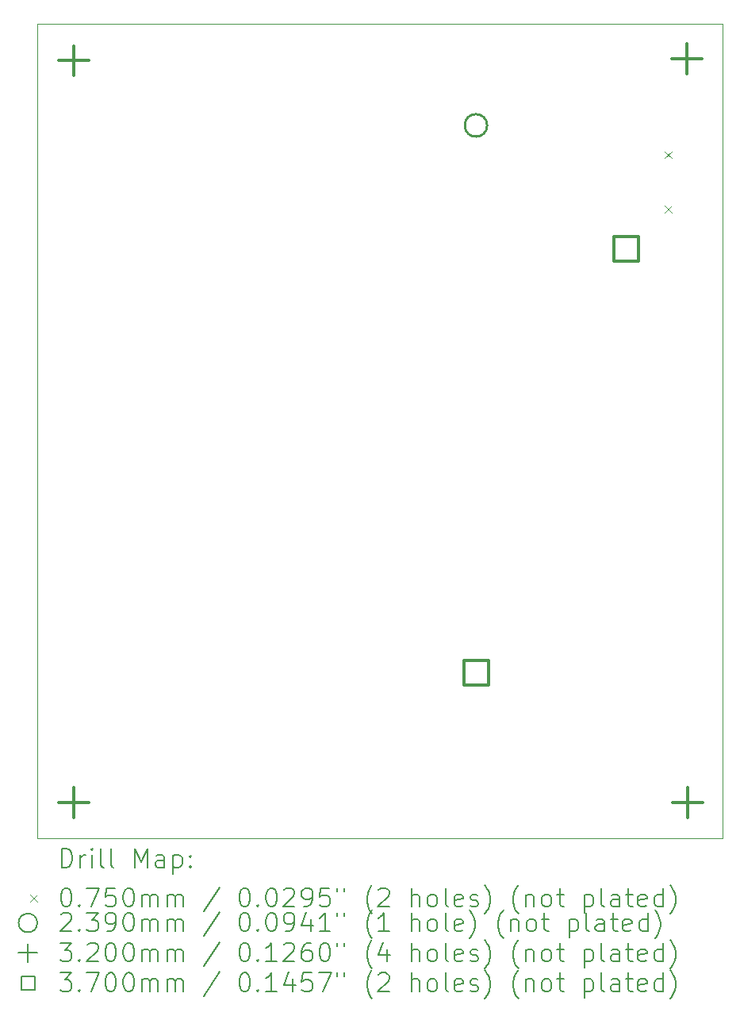
<source format=gbr>
%TF.GenerationSoftware,KiCad,Pcbnew,8.0.4*%
%TF.CreationDate,2025-04-22T11:47:14+02:00*%
%TF.ProjectId,MarvinProjekt,4d617276-696e-4507-926f-6a656b742e6b,rev?*%
%TF.SameCoordinates,Original*%
%TF.FileFunction,Drillmap*%
%TF.FilePolarity,Positive*%
%FSLAX45Y45*%
G04 Gerber Fmt 4.5, Leading zero omitted, Abs format (unit mm)*
G04 Created by KiCad (PCBNEW 8.0.4) date 2025-04-22 11:47:14*
%MOMM*%
%LPD*%
G01*
G04 APERTURE LIST*
%ADD10C,0.050000*%
%ADD11C,0.200000*%
%ADD12C,0.100000*%
%ADD13C,0.239000*%
%ADD14C,0.320000*%
%ADD15C,0.370000*%
G04 APERTURE END LIST*
D10*
X8680000Y-8270000D02*
X15990000Y-8270000D01*
X15990000Y-16950000D01*
X8680000Y-16950000D01*
X8680000Y-8270000D01*
D11*
D12*
X15371500Y-9625500D02*
X15446500Y-9700500D01*
X15446500Y-9625500D02*
X15371500Y-9700500D01*
X15371500Y-10203500D02*
X15446500Y-10278500D01*
X15446500Y-10203500D02*
X15371500Y-10278500D01*
D13*
X13479500Y-9350000D02*
G75*
G02*
X13240500Y-9350000I-119500J0D01*
G01*
X13240500Y-9350000D02*
G75*
G02*
X13479500Y-9350000I119500J0D01*
G01*
D14*
X9070000Y-8500000D02*
X9070000Y-8820000D01*
X8910000Y-8660000D02*
X9230000Y-8660000D01*
X9070000Y-16410000D02*
X9070000Y-16730000D01*
X8910000Y-16570000D02*
X9230000Y-16570000D01*
X15610000Y-8480000D02*
X15610000Y-8800000D01*
X15450000Y-8640000D02*
X15770000Y-8640000D01*
X15620000Y-16410000D02*
X15620000Y-16730000D01*
X15460000Y-16570000D02*
X15780000Y-16570000D01*
D15*
X13490816Y-15320816D02*
X13490816Y-15059184D01*
X13229184Y-15059184D01*
X13229184Y-15320816D01*
X13490816Y-15320816D01*
X15090816Y-10800816D02*
X15090816Y-10539184D01*
X14829184Y-10539184D01*
X14829184Y-10800816D01*
X15090816Y-10800816D01*
D11*
X8938277Y-17263984D02*
X8938277Y-17063984D01*
X8938277Y-17063984D02*
X8985896Y-17063984D01*
X8985896Y-17063984D02*
X9014467Y-17073508D01*
X9014467Y-17073508D02*
X9033515Y-17092555D01*
X9033515Y-17092555D02*
X9043039Y-17111603D01*
X9043039Y-17111603D02*
X9052563Y-17149698D01*
X9052563Y-17149698D02*
X9052563Y-17178270D01*
X9052563Y-17178270D02*
X9043039Y-17216365D01*
X9043039Y-17216365D02*
X9033515Y-17235412D01*
X9033515Y-17235412D02*
X9014467Y-17254460D01*
X9014467Y-17254460D02*
X8985896Y-17263984D01*
X8985896Y-17263984D02*
X8938277Y-17263984D01*
X9138277Y-17263984D02*
X9138277Y-17130650D01*
X9138277Y-17168746D02*
X9147801Y-17149698D01*
X9147801Y-17149698D02*
X9157324Y-17140174D01*
X9157324Y-17140174D02*
X9176372Y-17130650D01*
X9176372Y-17130650D02*
X9195420Y-17130650D01*
X9262086Y-17263984D02*
X9262086Y-17130650D01*
X9262086Y-17063984D02*
X9252563Y-17073508D01*
X9252563Y-17073508D02*
X9262086Y-17083031D01*
X9262086Y-17083031D02*
X9271610Y-17073508D01*
X9271610Y-17073508D02*
X9262086Y-17063984D01*
X9262086Y-17063984D02*
X9262086Y-17083031D01*
X9385896Y-17263984D02*
X9366848Y-17254460D01*
X9366848Y-17254460D02*
X9357324Y-17235412D01*
X9357324Y-17235412D02*
X9357324Y-17063984D01*
X9490658Y-17263984D02*
X9471610Y-17254460D01*
X9471610Y-17254460D02*
X9462086Y-17235412D01*
X9462086Y-17235412D02*
X9462086Y-17063984D01*
X9719229Y-17263984D02*
X9719229Y-17063984D01*
X9719229Y-17063984D02*
X9785896Y-17206841D01*
X9785896Y-17206841D02*
X9852563Y-17063984D01*
X9852563Y-17063984D02*
X9852563Y-17263984D01*
X10033515Y-17263984D02*
X10033515Y-17159222D01*
X10033515Y-17159222D02*
X10023991Y-17140174D01*
X10023991Y-17140174D02*
X10004944Y-17130650D01*
X10004944Y-17130650D02*
X9966848Y-17130650D01*
X9966848Y-17130650D02*
X9947801Y-17140174D01*
X10033515Y-17254460D02*
X10014467Y-17263984D01*
X10014467Y-17263984D02*
X9966848Y-17263984D01*
X9966848Y-17263984D02*
X9947801Y-17254460D01*
X9947801Y-17254460D02*
X9938277Y-17235412D01*
X9938277Y-17235412D02*
X9938277Y-17216365D01*
X9938277Y-17216365D02*
X9947801Y-17197317D01*
X9947801Y-17197317D02*
X9966848Y-17187793D01*
X9966848Y-17187793D02*
X10014467Y-17187793D01*
X10014467Y-17187793D02*
X10033515Y-17178270D01*
X10128753Y-17130650D02*
X10128753Y-17330650D01*
X10128753Y-17140174D02*
X10147801Y-17130650D01*
X10147801Y-17130650D02*
X10185896Y-17130650D01*
X10185896Y-17130650D02*
X10204944Y-17140174D01*
X10204944Y-17140174D02*
X10214467Y-17149698D01*
X10214467Y-17149698D02*
X10223991Y-17168746D01*
X10223991Y-17168746D02*
X10223991Y-17225889D01*
X10223991Y-17225889D02*
X10214467Y-17244936D01*
X10214467Y-17244936D02*
X10204944Y-17254460D01*
X10204944Y-17254460D02*
X10185896Y-17263984D01*
X10185896Y-17263984D02*
X10147801Y-17263984D01*
X10147801Y-17263984D02*
X10128753Y-17254460D01*
X10309705Y-17244936D02*
X10319229Y-17254460D01*
X10319229Y-17254460D02*
X10309705Y-17263984D01*
X10309705Y-17263984D02*
X10300182Y-17254460D01*
X10300182Y-17254460D02*
X10309705Y-17244936D01*
X10309705Y-17244936D02*
X10309705Y-17263984D01*
X10309705Y-17140174D02*
X10319229Y-17149698D01*
X10319229Y-17149698D02*
X10309705Y-17159222D01*
X10309705Y-17159222D02*
X10300182Y-17149698D01*
X10300182Y-17149698D02*
X10309705Y-17140174D01*
X10309705Y-17140174D02*
X10309705Y-17159222D01*
D12*
X8602500Y-17555000D02*
X8677500Y-17630000D01*
X8677500Y-17555000D02*
X8602500Y-17630000D01*
D11*
X8976372Y-17483984D02*
X8995420Y-17483984D01*
X8995420Y-17483984D02*
X9014467Y-17493508D01*
X9014467Y-17493508D02*
X9023991Y-17503031D01*
X9023991Y-17503031D02*
X9033515Y-17522079D01*
X9033515Y-17522079D02*
X9043039Y-17560174D01*
X9043039Y-17560174D02*
X9043039Y-17607793D01*
X9043039Y-17607793D02*
X9033515Y-17645889D01*
X9033515Y-17645889D02*
X9023991Y-17664936D01*
X9023991Y-17664936D02*
X9014467Y-17674460D01*
X9014467Y-17674460D02*
X8995420Y-17683984D01*
X8995420Y-17683984D02*
X8976372Y-17683984D01*
X8976372Y-17683984D02*
X8957324Y-17674460D01*
X8957324Y-17674460D02*
X8947801Y-17664936D01*
X8947801Y-17664936D02*
X8938277Y-17645889D01*
X8938277Y-17645889D02*
X8928753Y-17607793D01*
X8928753Y-17607793D02*
X8928753Y-17560174D01*
X8928753Y-17560174D02*
X8938277Y-17522079D01*
X8938277Y-17522079D02*
X8947801Y-17503031D01*
X8947801Y-17503031D02*
X8957324Y-17493508D01*
X8957324Y-17493508D02*
X8976372Y-17483984D01*
X9128753Y-17664936D02*
X9138277Y-17674460D01*
X9138277Y-17674460D02*
X9128753Y-17683984D01*
X9128753Y-17683984D02*
X9119229Y-17674460D01*
X9119229Y-17674460D02*
X9128753Y-17664936D01*
X9128753Y-17664936D02*
X9128753Y-17683984D01*
X9204944Y-17483984D02*
X9338277Y-17483984D01*
X9338277Y-17483984D02*
X9252563Y-17683984D01*
X9509705Y-17483984D02*
X9414467Y-17483984D01*
X9414467Y-17483984D02*
X9404944Y-17579222D01*
X9404944Y-17579222D02*
X9414467Y-17569698D01*
X9414467Y-17569698D02*
X9433515Y-17560174D01*
X9433515Y-17560174D02*
X9481134Y-17560174D01*
X9481134Y-17560174D02*
X9500182Y-17569698D01*
X9500182Y-17569698D02*
X9509705Y-17579222D01*
X9509705Y-17579222D02*
X9519229Y-17598270D01*
X9519229Y-17598270D02*
X9519229Y-17645889D01*
X9519229Y-17645889D02*
X9509705Y-17664936D01*
X9509705Y-17664936D02*
X9500182Y-17674460D01*
X9500182Y-17674460D02*
X9481134Y-17683984D01*
X9481134Y-17683984D02*
X9433515Y-17683984D01*
X9433515Y-17683984D02*
X9414467Y-17674460D01*
X9414467Y-17674460D02*
X9404944Y-17664936D01*
X9643039Y-17483984D02*
X9662086Y-17483984D01*
X9662086Y-17483984D02*
X9681134Y-17493508D01*
X9681134Y-17493508D02*
X9690658Y-17503031D01*
X9690658Y-17503031D02*
X9700182Y-17522079D01*
X9700182Y-17522079D02*
X9709705Y-17560174D01*
X9709705Y-17560174D02*
X9709705Y-17607793D01*
X9709705Y-17607793D02*
X9700182Y-17645889D01*
X9700182Y-17645889D02*
X9690658Y-17664936D01*
X9690658Y-17664936D02*
X9681134Y-17674460D01*
X9681134Y-17674460D02*
X9662086Y-17683984D01*
X9662086Y-17683984D02*
X9643039Y-17683984D01*
X9643039Y-17683984D02*
X9623991Y-17674460D01*
X9623991Y-17674460D02*
X9614467Y-17664936D01*
X9614467Y-17664936D02*
X9604944Y-17645889D01*
X9604944Y-17645889D02*
X9595420Y-17607793D01*
X9595420Y-17607793D02*
X9595420Y-17560174D01*
X9595420Y-17560174D02*
X9604944Y-17522079D01*
X9604944Y-17522079D02*
X9614467Y-17503031D01*
X9614467Y-17503031D02*
X9623991Y-17493508D01*
X9623991Y-17493508D02*
X9643039Y-17483984D01*
X9795420Y-17683984D02*
X9795420Y-17550650D01*
X9795420Y-17569698D02*
X9804944Y-17560174D01*
X9804944Y-17560174D02*
X9823991Y-17550650D01*
X9823991Y-17550650D02*
X9852563Y-17550650D01*
X9852563Y-17550650D02*
X9871610Y-17560174D01*
X9871610Y-17560174D02*
X9881134Y-17579222D01*
X9881134Y-17579222D02*
X9881134Y-17683984D01*
X9881134Y-17579222D02*
X9890658Y-17560174D01*
X9890658Y-17560174D02*
X9909705Y-17550650D01*
X9909705Y-17550650D02*
X9938277Y-17550650D01*
X9938277Y-17550650D02*
X9957325Y-17560174D01*
X9957325Y-17560174D02*
X9966848Y-17579222D01*
X9966848Y-17579222D02*
X9966848Y-17683984D01*
X10062086Y-17683984D02*
X10062086Y-17550650D01*
X10062086Y-17569698D02*
X10071610Y-17560174D01*
X10071610Y-17560174D02*
X10090658Y-17550650D01*
X10090658Y-17550650D02*
X10119229Y-17550650D01*
X10119229Y-17550650D02*
X10138277Y-17560174D01*
X10138277Y-17560174D02*
X10147801Y-17579222D01*
X10147801Y-17579222D02*
X10147801Y-17683984D01*
X10147801Y-17579222D02*
X10157325Y-17560174D01*
X10157325Y-17560174D02*
X10176372Y-17550650D01*
X10176372Y-17550650D02*
X10204944Y-17550650D01*
X10204944Y-17550650D02*
X10223991Y-17560174D01*
X10223991Y-17560174D02*
X10233515Y-17579222D01*
X10233515Y-17579222D02*
X10233515Y-17683984D01*
X10623991Y-17474460D02*
X10452563Y-17731603D01*
X10881134Y-17483984D02*
X10900182Y-17483984D01*
X10900182Y-17483984D02*
X10919229Y-17493508D01*
X10919229Y-17493508D02*
X10928753Y-17503031D01*
X10928753Y-17503031D02*
X10938277Y-17522079D01*
X10938277Y-17522079D02*
X10947801Y-17560174D01*
X10947801Y-17560174D02*
X10947801Y-17607793D01*
X10947801Y-17607793D02*
X10938277Y-17645889D01*
X10938277Y-17645889D02*
X10928753Y-17664936D01*
X10928753Y-17664936D02*
X10919229Y-17674460D01*
X10919229Y-17674460D02*
X10900182Y-17683984D01*
X10900182Y-17683984D02*
X10881134Y-17683984D01*
X10881134Y-17683984D02*
X10862087Y-17674460D01*
X10862087Y-17674460D02*
X10852563Y-17664936D01*
X10852563Y-17664936D02*
X10843039Y-17645889D01*
X10843039Y-17645889D02*
X10833515Y-17607793D01*
X10833515Y-17607793D02*
X10833515Y-17560174D01*
X10833515Y-17560174D02*
X10843039Y-17522079D01*
X10843039Y-17522079D02*
X10852563Y-17503031D01*
X10852563Y-17503031D02*
X10862087Y-17493508D01*
X10862087Y-17493508D02*
X10881134Y-17483984D01*
X11033515Y-17664936D02*
X11043039Y-17674460D01*
X11043039Y-17674460D02*
X11033515Y-17683984D01*
X11033515Y-17683984D02*
X11023991Y-17674460D01*
X11023991Y-17674460D02*
X11033515Y-17664936D01*
X11033515Y-17664936D02*
X11033515Y-17683984D01*
X11166848Y-17483984D02*
X11185896Y-17483984D01*
X11185896Y-17483984D02*
X11204944Y-17493508D01*
X11204944Y-17493508D02*
X11214467Y-17503031D01*
X11214467Y-17503031D02*
X11223991Y-17522079D01*
X11223991Y-17522079D02*
X11233515Y-17560174D01*
X11233515Y-17560174D02*
X11233515Y-17607793D01*
X11233515Y-17607793D02*
X11223991Y-17645889D01*
X11223991Y-17645889D02*
X11214467Y-17664936D01*
X11214467Y-17664936D02*
X11204944Y-17674460D01*
X11204944Y-17674460D02*
X11185896Y-17683984D01*
X11185896Y-17683984D02*
X11166848Y-17683984D01*
X11166848Y-17683984D02*
X11147801Y-17674460D01*
X11147801Y-17674460D02*
X11138277Y-17664936D01*
X11138277Y-17664936D02*
X11128753Y-17645889D01*
X11128753Y-17645889D02*
X11119229Y-17607793D01*
X11119229Y-17607793D02*
X11119229Y-17560174D01*
X11119229Y-17560174D02*
X11128753Y-17522079D01*
X11128753Y-17522079D02*
X11138277Y-17503031D01*
X11138277Y-17503031D02*
X11147801Y-17493508D01*
X11147801Y-17493508D02*
X11166848Y-17483984D01*
X11309706Y-17503031D02*
X11319229Y-17493508D01*
X11319229Y-17493508D02*
X11338277Y-17483984D01*
X11338277Y-17483984D02*
X11385896Y-17483984D01*
X11385896Y-17483984D02*
X11404944Y-17493508D01*
X11404944Y-17493508D02*
X11414467Y-17503031D01*
X11414467Y-17503031D02*
X11423991Y-17522079D01*
X11423991Y-17522079D02*
X11423991Y-17541127D01*
X11423991Y-17541127D02*
X11414467Y-17569698D01*
X11414467Y-17569698D02*
X11300182Y-17683984D01*
X11300182Y-17683984D02*
X11423991Y-17683984D01*
X11519229Y-17683984D02*
X11557325Y-17683984D01*
X11557325Y-17683984D02*
X11576372Y-17674460D01*
X11576372Y-17674460D02*
X11585896Y-17664936D01*
X11585896Y-17664936D02*
X11604944Y-17636365D01*
X11604944Y-17636365D02*
X11614467Y-17598270D01*
X11614467Y-17598270D02*
X11614467Y-17522079D01*
X11614467Y-17522079D02*
X11604944Y-17503031D01*
X11604944Y-17503031D02*
X11595420Y-17493508D01*
X11595420Y-17493508D02*
X11576372Y-17483984D01*
X11576372Y-17483984D02*
X11538277Y-17483984D01*
X11538277Y-17483984D02*
X11519229Y-17493508D01*
X11519229Y-17493508D02*
X11509706Y-17503031D01*
X11509706Y-17503031D02*
X11500182Y-17522079D01*
X11500182Y-17522079D02*
X11500182Y-17569698D01*
X11500182Y-17569698D02*
X11509706Y-17588746D01*
X11509706Y-17588746D02*
X11519229Y-17598270D01*
X11519229Y-17598270D02*
X11538277Y-17607793D01*
X11538277Y-17607793D02*
X11576372Y-17607793D01*
X11576372Y-17607793D02*
X11595420Y-17598270D01*
X11595420Y-17598270D02*
X11604944Y-17588746D01*
X11604944Y-17588746D02*
X11614467Y-17569698D01*
X11795420Y-17483984D02*
X11700182Y-17483984D01*
X11700182Y-17483984D02*
X11690658Y-17579222D01*
X11690658Y-17579222D02*
X11700182Y-17569698D01*
X11700182Y-17569698D02*
X11719229Y-17560174D01*
X11719229Y-17560174D02*
X11766848Y-17560174D01*
X11766848Y-17560174D02*
X11785896Y-17569698D01*
X11785896Y-17569698D02*
X11795420Y-17579222D01*
X11795420Y-17579222D02*
X11804944Y-17598270D01*
X11804944Y-17598270D02*
X11804944Y-17645889D01*
X11804944Y-17645889D02*
X11795420Y-17664936D01*
X11795420Y-17664936D02*
X11785896Y-17674460D01*
X11785896Y-17674460D02*
X11766848Y-17683984D01*
X11766848Y-17683984D02*
X11719229Y-17683984D01*
X11719229Y-17683984D02*
X11700182Y-17674460D01*
X11700182Y-17674460D02*
X11690658Y-17664936D01*
X11881134Y-17483984D02*
X11881134Y-17522079D01*
X11957325Y-17483984D02*
X11957325Y-17522079D01*
X12252563Y-17760174D02*
X12243039Y-17750650D01*
X12243039Y-17750650D02*
X12223991Y-17722079D01*
X12223991Y-17722079D02*
X12214468Y-17703031D01*
X12214468Y-17703031D02*
X12204944Y-17674460D01*
X12204944Y-17674460D02*
X12195420Y-17626841D01*
X12195420Y-17626841D02*
X12195420Y-17588746D01*
X12195420Y-17588746D02*
X12204944Y-17541127D01*
X12204944Y-17541127D02*
X12214468Y-17512555D01*
X12214468Y-17512555D02*
X12223991Y-17493508D01*
X12223991Y-17493508D02*
X12243039Y-17464936D01*
X12243039Y-17464936D02*
X12252563Y-17455412D01*
X12319229Y-17503031D02*
X12328753Y-17493508D01*
X12328753Y-17493508D02*
X12347801Y-17483984D01*
X12347801Y-17483984D02*
X12395420Y-17483984D01*
X12395420Y-17483984D02*
X12414468Y-17493508D01*
X12414468Y-17493508D02*
X12423991Y-17503031D01*
X12423991Y-17503031D02*
X12433515Y-17522079D01*
X12433515Y-17522079D02*
X12433515Y-17541127D01*
X12433515Y-17541127D02*
X12423991Y-17569698D01*
X12423991Y-17569698D02*
X12309706Y-17683984D01*
X12309706Y-17683984D02*
X12433515Y-17683984D01*
X12671610Y-17683984D02*
X12671610Y-17483984D01*
X12757325Y-17683984D02*
X12757325Y-17579222D01*
X12757325Y-17579222D02*
X12747801Y-17560174D01*
X12747801Y-17560174D02*
X12728753Y-17550650D01*
X12728753Y-17550650D02*
X12700182Y-17550650D01*
X12700182Y-17550650D02*
X12681134Y-17560174D01*
X12681134Y-17560174D02*
X12671610Y-17569698D01*
X12881134Y-17683984D02*
X12862087Y-17674460D01*
X12862087Y-17674460D02*
X12852563Y-17664936D01*
X12852563Y-17664936D02*
X12843039Y-17645889D01*
X12843039Y-17645889D02*
X12843039Y-17588746D01*
X12843039Y-17588746D02*
X12852563Y-17569698D01*
X12852563Y-17569698D02*
X12862087Y-17560174D01*
X12862087Y-17560174D02*
X12881134Y-17550650D01*
X12881134Y-17550650D02*
X12909706Y-17550650D01*
X12909706Y-17550650D02*
X12928753Y-17560174D01*
X12928753Y-17560174D02*
X12938277Y-17569698D01*
X12938277Y-17569698D02*
X12947801Y-17588746D01*
X12947801Y-17588746D02*
X12947801Y-17645889D01*
X12947801Y-17645889D02*
X12938277Y-17664936D01*
X12938277Y-17664936D02*
X12928753Y-17674460D01*
X12928753Y-17674460D02*
X12909706Y-17683984D01*
X12909706Y-17683984D02*
X12881134Y-17683984D01*
X13062087Y-17683984D02*
X13043039Y-17674460D01*
X13043039Y-17674460D02*
X13033515Y-17655412D01*
X13033515Y-17655412D02*
X13033515Y-17483984D01*
X13214468Y-17674460D02*
X13195420Y-17683984D01*
X13195420Y-17683984D02*
X13157325Y-17683984D01*
X13157325Y-17683984D02*
X13138277Y-17674460D01*
X13138277Y-17674460D02*
X13128753Y-17655412D01*
X13128753Y-17655412D02*
X13128753Y-17579222D01*
X13128753Y-17579222D02*
X13138277Y-17560174D01*
X13138277Y-17560174D02*
X13157325Y-17550650D01*
X13157325Y-17550650D02*
X13195420Y-17550650D01*
X13195420Y-17550650D02*
X13214468Y-17560174D01*
X13214468Y-17560174D02*
X13223991Y-17579222D01*
X13223991Y-17579222D02*
X13223991Y-17598270D01*
X13223991Y-17598270D02*
X13128753Y-17617317D01*
X13300182Y-17674460D02*
X13319230Y-17683984D01*
X13319230Y-17683984D02*
X13357325Y-17683984D01*
X13357325Y-17683984D02*
X13376372Y-17674460D01*
X13376372Y-17674460D02*
X13385896Y-17655412D01*
X13385896Y-17655412D02*
X13385896Y-17645889D01*
X13385896Y-17645889D02*
X13376372Y-17626841D01*
X13376372Y-17626841D02*
X13357325Y-17617317D01*
X13357325Y-17617317D02*
X13328753Y-17617317D01*
X13328753Y-17617317D02*
X13309706Y-17607793D01*
X13309706Y-17607793D02*
X13300182Y-17588746D01*
X13300182Y-17588746D02*
X13300182Y-17579222D01*
X13300182Y-17579222D02*
X13309706Y-17560174D01*
X13309706Y-17560174D02*
X13328753Y-17550650D01*
X13328753Y-17550650D02*
X13357325Y-17550650D01*
X13357325Y-17550650D02*
X13376372Y-17560174D01*
X13452563Y-17760174D02*
X13462087Y-17750650D01*
X13462087Y-17750650D02*
X13481134Y-17722079D01*
X13481134Y-17722079D02*
X13490658Y-17703031D01*
X13490658Y-17703031D02*
X13500182Y-17674460D01*
X13500182Y-17674460D02*
X13509706Y-17626841D01*
X13509706Y-17626841D02*
X13509706Y-17588746D01*
X13509706Y-17588746D02*
X13500182Y-17541127D01*
X13500182Y-17541127D02*
X13490658Y-17512555D01*
X13490658Y-17512555D02*
X13481134Y-17493508D01*
X13481134Y-17493508D02*
X13462087Y-17464936D01*
X13462087Y-17464936D02*
X13452563Y-17455412D01*
X13814468Y-17760174D02*
X13804944Y-17750650D01*
X13804944Y-17750650D02*
X13785896Y-17722079D01*
X13785896Y-17722079D02*
X13776372Y-17703031D01*
X13776372Y-17703031D02*
X13766849Y-17674460D01*
X13766849Y-17674460D02*
X13757325Y-17626841D01*
X13757325Y-17626841D02*
X13757325Y-17588746D01*
X13757325Y-17588746D02*
X13766849Y-17541127D01*
X13766849Y-17541127D02*
X13776372Y-17512555D01*
X13776372Y-17512555D02*
X13785896Y-17493508D01*
X13785896Y-17493508D02*
X13804944Y-17464936D01*
X13804944Y-17464936D02*
X13814468Y-17455412D01*
X13890658Y-17550650D02*
X13890658Y-17683984D01*
X13890658Y-17569698D02*
X13900182Y-17560174D01*
X13900182Y-17560174D02*
X13919230Y-17550650D01*
X13919230Y-17550650D02*
X13947801Y-17550650D01*
X13947801Y-17550650D02*
X13966849Y-17560174D01*
X13966849Y-17560174D02*
X13976372Y-17579222D01*
X13976372Y-17579222D02*
X13976372Y-17683984D01*
X14100182Y-17683984D02*
X14081134Y-17674460D01*
X14081134Y-17674460D02*
X14071611Y-17664936D01*
X14071611Y-17664936D02*
X14062087Y-17645889D01*
X14062087Y-17645889D02*
X14062087Y-17588746D01*
X14062087Y-17588746D02*
X14071611Y-17569698D01*
X14071611Y-17569698D02*
X14081134Y-17560174D01*
X14081134Y-17560174D02*
X14100182Y-17550650D01*
X14100182Y-17550650D02*
X14128753Y-17550650D01*
X14128753Y-17550650D02*
X14147801Y-17560174D01*
X14147801Y-17560174D02*
X14157325Y-17569698D01*
X14157325Y-17569698D02*
X14166849Y-17588746D01*
X14166849Y-17588746D02*
X14166849Y-17645889D01*
X14166849Y-17645889D02*
X14157325Y-17664936D01*
X14157325Y-17664936D02*
X14147801Y-17674460D01*
X14147801Y-17674460D02*
X14128753Y-17683984D01*
X14128753Y-17683984D02*
X14100182Y-17683984D01*
X14223992Y-17550650D02*
X14300182Y-17550650D01*
X14252563Y-17483984D02*
X14252563Y-17655412D01*
X14252563Y-17655412D02*
X14262087Y-17674460D01*
X14262087Y-17674460D02*
X14281134Y-17683984D01*
X14281134Y-17683984D02*
X14300182Y-17683984D01*
X14519230Y-17550650D02*
X14519230Y-17750650D01*
X14519230Y-17560174D02*
X14538277Y-17550650D01*
X14538277Y-17550650D02*
X14576373Y-17550650D01*
X14576373Y-17550650D02*
X14595420Y-17560174D01*
X14595420Y-17560174D02*
X14604944Y-17569698D01*
X14604944Y-17569698D02*
X14614468Y-17588746D01*
X14614468Y-17588746D02*
X14614468Y-17645889D01*
X14614468Y-17645889D02*
X14604944Y-17664936D01*
X14604944Y-17664936D02*
X14595420Y-17674460D01*
X14595420Y-17674460D02*
X14576373Y-17683984D01*
X14576373Y-17683984D02*
X14538277Y-17683984D01*
X14538277Y-17683984D02*
X14519230Y-17674460D01*
X14728753Y-17683984D02*
X14709706Y-17674460D01*
X14709706Y-17674460D02*
X14700182Y-17655412D01*
X14700182Y-17655412D02*
X14700182Y-17483984D01*
X14890658Y-17683984D02*
X14890658Y-17579222D01*
X14890658Y-17579222D02*
X14881134Y-17560174D01*
X14881134Y-17560174D02*
X14862087Y-17550650D01*
X14862087Y-17550650D02*
X14823992Y-17550650D01*
X14823992Y-17550650D02*
X14804944Y-17560174D01*
X14890658Y-17674460D02*
X14871611Y-17683984D01*
X14871611Y-17683984D02*
X14823992Y-17683984D01*
X14823992Y-17683984D02*
X14804944Y-17674460D01*
X14804944Y-17674460D02*
X14795420Y-17655412D01*
X14795420Y-17655412D02*
X14795420Y-17636365D01*
X14795420Y-17636365D02*
X14804944Y-17617317D01*
X14804944Y-17617317D02*
X14823992Y-17607793D01*
X14823992Y-17607793D02*
X14871611Y-17607793D01*
X14871611Y-17607793D02*
X14890658Y-17598270D01*
X14957325Y-17550650D02*
X15033515Y-17550650D01*
X14985896Y-17483984D02*
X14985896Y-17655412D01*
X14985896Y-17655412D02*
X14995420Y-17674460D01*
X14995420Y-17674460D02*
X15014468Y-17683984D01*
X15014468Y-17683984D02*
X15033515Y-17683984D01*
X15176373Y-17674460D02*
X15157325Y-17683984D01*
X15157325Y-17683984D02*
X15119230Y-17683984D01*
X15119230Y-17683984D02*
X15100182Y-17674460D01*
X15100182Y-17674460D02*
X15090658Y-17655412D01*
X15090658Y-17655412D02*
X15090658Y-17579222D01*
X15090658Y-17579222D02*
X15100182Y-17560174D01*
X15100182Y-17560174D02*
X15119230Y-17550650D01*
X15119230Y-17550650D02*
X15157325Y-17550650D01*
X15157325Y-17550650D02*
X15176373Y-17560174D01*
X15176373Y-17560174D02*
X15185896Y-17579222D01*
X15185896Y-17579222D02*
X15185896Y-17598270D01*
X15185896Y-17598270D02*
X15090658Y-17617317D01*
X15357325Y-17683984D02*
X15357325Y-17483984D01*
X15357325Y-17674460D02*
X15338277Y-17683984D01*
X15338277Y-17683984D02*
X15300182Y-17683984D01*
X15300182Y-17683984D02*
X15281134Y-17674460D01*
X15281134Y-17674460D02*
X15271611Y-17664936D01*
X15271611Y-17664936D02*
X15262087Y-17645889D01*
X15262087Y-17645889D02*
X15262087Y-17588746D01*
X15262087Y-17588746D02*
X15271611Y-17569698D01*
X15271611Y-17569698D02*
X15281134Y-17560174D01*
X15281134Y-17560174D02*
X15300182Y-17550650D01*
X15300182Y-17550650D02*
X15338277Y-17550650D01*
X15338277Y-17550650D02*
X15357325Y-17560174D01*
X15433515Y-17760174D02*
X15443039Y-17750650D01*
X15443039Y-17750650D02*
X15462087Y-17722079D01*
X15462087Y-17722079D02*
X15471611Y-17703031D01*
X15471611Y-17703031D02*
X15481134Y-17674460D01*
X15481134Y-17674460D02*
X15490658Y-17626841D01*
X15490658Y-17626841D02*
X15490658Y-17588746D01*
X15490658Y-17588746D02*
X15481134Y-17541127D01*
X15481134Y-17541127D02*
X15471611Y-17512555D01*
X15471611Y-17512555D02*
X15462087Y-17493508D01*
X15462087Y-17493508D02*
X15443039Y-17464936D01*
X15443039Y-17464936D02*
X15433515Y-17455412D01*
X8677500Y-17856500D02*
G75*
G02*
X8477500Y-17856500I-100000J0D01*
G01*
X8477500Y-17856500D02*
G75*
G02*
X8677500Y-17856500I100000J0D01*
G01*
X8928753Y-17767031D02*
X8938277Y-17757508D01*
X8938277Y-17757508D02*
X8957324Y-17747984D01*
X8957324Y-17747984D02*
X9004944Y-17747984D01*
X9004944Y-17747984D02*
X9023991Y-17757508D01*
X9023991Y-17757508D02*
X9033515Y-17767031D01*
X9033515Y-17767031D02*
X9043039Y-17786079D01*
X9043039Y-17786079D02*
X9043039Y-17805127D01*
X9043039Y-17805127D02*
X9033515Y-17833698D01*
X9033515Y-17833698D02*
X8919229Y-17947984D01*
X8919229Y-17947984D02*
X9043039Y-17947984D01*
X9128753Y-17928936D02*
X9138277Y-17938460D01*
X9138277Y-17938460D02*
X9128753Y-17947984D01*
X9128753Y-17947984D02*
X9119229Y-17938460D01*
X9119229Y-17938460D02*
X9128753Y-17928936D01*
X9128753Y-17928936D02*
X9128753Y-17947984D01*
X9204944Y-17747984D02*
X9328753Y-17747984D01*
X9328753Y-17747984D02*
X9262086Y-17824174D01*
X9262086Y-17824174D02*
X9290658Y-17824174D01*
X9290658Y-17824174D02*
X9309705Y-17833698D01*
X9309705Y-17833698D02*
X9319229Y-17843222D01*
X9319229Y-17843222D02*
X9328753Y-17862270D01*
X9328753Y-17862270D02*
X9328753Y-17909889D01*
X9328753Y-17909889D02*
X9319229Y-17928936D01*
X9319229Y-17928936D02*
X9309705Y-17938460D01*
X9309705Y-17938460D02*
X9290658Y-17947984D01*
X9290658Y-17947984D02*
X9233515Y-17947984D01*
X9233515Y-17947984D02*
X9214467Y-17938460D01*
X9214467Y-17938460D02*
X9204944Y-17928936D01*
X9423991Y-17947984D02*
X9462086Y-17947984D01*
X9462086Y-17947984D02*
X9481134Y-17938460D01*
X9481134Y-17938460D02*
X9490658Y-17928936D01*
X9490658Y-17928936D02*
X9509705Y-17900365D01*
X9509705Y-17900365D02*
X9519229Y-17862270D01*
X9519229Y-17862270D02*
X9519229Y-17786079D01*
X9519229Y-17786079D02*
X9509705Y-17767031D01*
X9509705Y-17767031D02*
X9500182Y-17757508D01*
X9500182Y-17757508D02*
X9481134Y-17747984D01*
X9481134Y-17747984D02*
X9443039Y-17747984D01*
X9443039Y-17747984D02*
X9423991Y-17757508D01*
X9423991Y-17757508D02*
X9414467Y-17767031D01*
X9414467Y-17767031D02*
X9404944Y-17786079D01*
X9404944Y-17786079D02*
X9404944Y-17833698D01*
X9404944Y-17833698D02*
X9414467Y-17852746D01*
X9414467Y-17852746D02*
X9423991Y-17862270D01*
X9423991Y-17862270D02*
X9443039Y-17871793D01*
X9443039Y-17871793D02*
X9481134Y-17871793D01*
X9481134Y-17871793D02*
X9500182Y-17862270D01*
X9500182Y-17862270D02*
X9509705Y-17852746D01*
X9509705Y-17852746D02*
X9519229Y-17833698D01*
X9643039Y-17747984D02*
X9662086Y-17747984D01*
X9662086Y-17747984D02*
X9681134Y-17757508D01*
X9681134Y-17757508D02*
X9690658Y-17767031D01*
X9690658Y-17767031D02*
X9700182Y-17786079D01*
X9700182Y-17786079D02*
X9709705Y-17824174D01*
X9709705Y-17824174D02*
X9709705Y-17871793D01*
X9709705Y-17871793D02*
X9700182Y-17909889D01*
X9700182Y-17909889D02*
X9690658Y-17928936D01*
X9690658Y-17928936D02*
X9681134Y-17938460D01*
X9681134Y-17938460D02*
X9662086Y-17947984D01*
X9662086Y-17947984D02*
X9643039Y-17947984D01*
X9643039Y-17947984D02*
X9623991Y-17938460D01*
X9623991Y-17938460D02*
X9614467Y-17928936D01*
X9614467Y-17928936D02*
X9604944Y-17909889D01*
X9604944Y-17909889D02*
X9595420Y-17871793D01*
X9595420Y-17871793D02*
X9595420Y-17824174D01*
X9595420Y-17824174D02*
X9604944Y-17786079D01*
X9604944Y-17786079D02*
X9614467Y-17767031D01*
X9614467Y-17767031D02*
X9623991Y-17757508D01*
X9623991Y-17757508D02*
X9643039Y-17747984D01*
X9795420Y-17947984D02*
X9795420Y-17814650D01*
X9795420Y-17833698D02*
X9804944Y-17824174D01*
X9804944Y-17824174D02*
X9823991Y-17814650D01*
X9823991Y-17814650D02*
X9852563Y-17814650D01*
X9852563Y-17814650D02*
X9871610Y-17824174D01*
X9871610Y-17824174D02*
X9881134Y-17843222D01*
X9881134Y-17843222D02*
X9881134Y-17947984D01*
X9881134Y-17843222D02*
X9890658Y-17824174D01*
X9890658Y-17824174D02*
X9909705Y-17814650D01*
X9909705Y-17814650D02*
X9938277Y-17814650D01*
X9938277Y-17814650D02*
X9957325Y-17824174D01*
X9957325Y-17824174D02*
X9966848Y-17843222D01*
X9966848Y-17843222D02*
X9966848Y-17947984D01*
X10062086Y-17947984D02*
X10062086Y-17814650D01*
X10062086Y-17833698D02*
X10071610Y-17824174D01*
X10071610Y-17824174D02*
X10090658Y-17814650D01*
X10090658Y-17814650D02*
X10119229Y-17814650D01*
X10119229Y-17814650D02*
X10138277Y-17824174D01*
X10138277Y-17824174D02*
X10147801Y-17843222D01*
X10147801Y-17843222D02*
X10147801Y-17947984D01*
X10147801Y-17843222D02*
X10157325Y-17824174D01*
X10157325Y-17824174D02*
X10176372Y-17814650D01*
X10176372Y-17814650D02*
X10204944Y-17814650D01*
X10204944Y-17814650D02*
X10223991Y-17824174D01*
X10223991Y-17824174D02*
X10233515Y-17843222D01*
X10233515Y-17843222D02*
X10233515Y-17947984D01*
X10623991Y-17738460D02*
X10452563Y-17995603D01*
X10881134Y-17747984D02*
X10900182Y-17747984D01*
X10900182Y-17747984D02*
X10919229Y-17757508D01*
X10919229Y-17757508D02*
X10928753Y-17767031D01*
X10928753Y-17767031D02*
X10938277Y-17786079D01*
X10938277Y-17786079D02*
X10947801Y-17824174D01*
X10947801Y-17824174D02*
X10947801Y-17871793D01*
X10947801Y-17871793D02*
X10938277Y-17909889D01*
X10938277Y-17909889D02*
X10928753Y-17928936D01*
X10928753Y-17928936D02*
X10919229Y-17938460D01*
X10919229Y-17938460D02*
X10900182Y-17947984D01*
X10900182Y-17947984D02*
X10881134Y-17947984D01*
X10881134Y-17947984D02*
X10862087Y-17938460D01*
X10862087Y-17938460D02*
X10852563Y-17928936D01*
X10852563Y-17928936D02*
X10843039Y-17909889D01*
X10843039Y-17909889D02*
X10833515Y-17871793D01*
X10833515Y-17871793D02*
X10833515Y-17824174D01*
X10833515Y-17824174D02*
X10843039Y-17786079D01*
X10843039Y-17786079D02*
X10852563Y-17767031D01*
X10852563Y-17767031D02*
X10862087Y-17757508D01*
X10862087Y-17757508D02*
X10881134Y-17747984D01*
X11033515Y-17928936D02*
X11043039Y-17938460D01*
X11043039Y-17938460D02*
X11033515Y-17947984D01*
X11033515Y-17947984D02*
X11023991Y-17938460D01*
X11023991Y-17938460D02*
X11033515Y-17928936D01*
X11033515Y-17928936D02*
X11033515Y-17947984D01*
X11166848Y-17747984D02*
X11185896Y-17747984D01*
X11185896Y-17747984D02*
X11204944Y-17757508D01*
X11204944Y-17757508D02*
X11214467Y-17767031D01*
X11214467Y-17767031D02*
X11223991Y-17786079D01*
X11223991Y-17786079D02*
X11233515Y-17824174D01*
X11233515Y-17824174D02*
X11233515Y-17871793D01*
X11233515Y-17871793D02*
X11223991Y-17909889D01*
X11223991Y-17909889D02*
X11214467Y-17928936D01*
X11214467Y-17928936D02*
X11204944Y-17938460D01*
X11204944Y-17938460D02*
X11185896Y-17947984D01*
X11185896Y-17947984D02*
X11166848Y-17947984D01*
X11166848Y-17947984D02*
X11147801Y-17938460D01*
X11147801Y-17938460D02*
X11138277Y-17928936D01*
X11138277Y-17928936D02*
X11128753Y-17909889D01*
X11128753Y-17909889D02*
X11119229Y-17871793D01*
X11119229Y-17871793D02*
X11119229Y-17824174D01*
X11119229Y-17824174D02*
X11128753Y-17786079D01*
X11128753Y-17786079D02*
X11138277Y-17767031D01*
X11138277Y-17767031D02*
X11147801Y-17757508D01*
X11147801Y-17757508D02*
X11166848Y-17747984D01*
X11328753Y-17947984D02*
X11366848Y-17947984D01*
X11366848Y-17947984D02*
X11385896Y-17938460D01*
X11385896Y-17938460D02*
X11395420Y-17928936D01*
X11395420Y-17928936D02*
X11414467Y-17900365D01*
X11414467Y-17900365D02*
X11423991Y-17862270D01*
X11423991Y-17862270D02*
X11423991Y-17786079D01*
X11423991Y-17786079D02*
X11414467Y-17767031D01*
X11414467Y-17767031D02*
X11404944Y-17757508D01*
X11404944Y-17757508D02*
X11385896Y-17747984D01*
X11385896Y-17747984D02*
X11347801Y-17747984D01*
X11347801Y-17747984D02*
X11328753Y-17757508D01*
X11328753Y-17757508D02*
X11319229Y-17767031D01*
X11319229Y-17767031D02*
X11309706Y-17786079D01*
X11309706Y-17786079D02*
X11309706Y-17833698D01*
X11309706Y-17833698D02*
X11319229Y-17852746D01*
X11319229Y-17852746D02*
X11328753Y-17862270D01*
X11328753Y-17862270D02*
X11347801Y-17871793D01*
X11347801Y-17871793D02*
X11385896Y-17871793D01*
X11385896Y-17871793D02*
X11404944Y-17862270D01*
X11404944Y-17862270D02*
X11414467Y-17852746D01*
X11414467Y-17852746D02*
X11423991Y-17833698D01*
X11595420Y-17814650D02*
X11595420Y-17947984D01*
X11547801Y-17738460D02*
X11500182Y-17881317D01*
X11500182Y-17881317D02*
X11623991Y-17881317D01*
X11804944Y-17947984D02*
X11690658Y-17947984D01*
X11747801Y-17947984D02*
X11747801Y-17747984D01*
X11747801Y-17747984D02*
X11728753Y-17776555D01*
X11728753Y-17776555D02*
X11709706Y-17795603D01*
X11709706Y-17795603D02*
X11690658Y-17805127D01*
X11881134Y-17747984D02*
X11881134Y-17786079D01*
X11957325Y-17747984D02*
X11957325Y-17786079D01*
X12252563Y-18024174D02*
X12243039Y-18014650D01*
X12243039Y-18014650D02*
X12223991Y-17986079D01*
X12223991Y-17986079D02*
X12214468Y-17967031D01*
X12214468Y-17967031D02*
X12204944Y-17938460D01*
X12204944Y-17938460D02*
X12195420Y-17890841D01*
X12195420Y-17890841D02*
X12195420Y-17852746D01*
X12195420Y-17852746D02*
X12204944Y-17805127D01*
X12204944Y-17805127D02*
X12214468Y-17776555D01*
X12214468Y-17776555D02*
X12223991Y-17757508D01*
X12223991Y-17757508D02*
X12243039Y-17728936D01*
X12243039Y-17728936D02*
X12252563Y-17719412D01*
X12433515Y-17947984D02*
X12319229Y-17947984D01*
X12376372Y-17947984D02*
X12376372Y-17747984D01*
X12376372Y-17747984D02*
X12357325Y-17776555D01*
X12357325Y-17776555D02*
X12338277Y-17795603D01*
X12338277Y-17795603D02*
X12319229Y-17805127D01*
X12671610Y-17947984D02*
X12671610Y-17747984D01*
X12757325Y-17947984D02*
X12757325Y-17843222D01*
X12757325Y-17843222D02*
X12747801Y-17824174D01*
X12747801Y-17824174D02*
X12728753Y-17814650D01*
X12728753Y-17814650D02*
X12700182Y-17814650D01*
X12700182Y-17814650D02*
X12681134Y-17824174D01*
X12681134Y-17824174D02*
X12671610Y-17833698D01*
X12881134Y-17947984D02*
X12862087Y-17938460D01*
X12862087Y-17938460D02*
X12852563Y-17928936D01*
X12852563Y-17928936D02*
X12843039Y-17909889D01*
X12843039Y-17909889D02*
X12843039Y-17852746D01*
X12843039Y-17852746D02*
X12852563Y-17833698D01*
X12852563Y-17833698D02*
X12862087Y-17824174D01*
X12862087Y-17824174D02*
X12881134Y-17814650D01*
X12881134Y-17814650D02*
X12909706Y-17814650D01*
X12909706Y-17814650D02*
X12928753Y-17824174D01*
X12928753Y-17824174D02*
X12938277Y-17833698D01*
X12938277Y-17833698D02*
X12947801Y-17852746D01*
X12947801Y-17852746D02*
X12947801Y-17909889D01*
X12947801Y-17909889D02*
X12938277Y-17928936D01*
X12938277Y-17928936D02*
X12928753Y-17938460D01*
X12928753Y-17938460D02*
X12909706Y-17947984D01*
X12909706Y-17947984D02*
X12881134Y-17947984D01*
X13062087Y-17947984D02*
X13043039Y-17938460D01*
X13043039Y-17938460D02*
X13033515Y-17919412D01*
X13033515Y-17919412D02*
X13033515Y-17747984D01*
X13214468Y-17938460D02*
X13195420Y-17947984D01*
X13195420Y-17947984D02*
X13157325Y-17947984D01*
X13157325Y-17947984D02*
X13138277Y-17938460D01*
X13138277Y-17938460D02*
X13128753Y-17919412D01*
X13128753Y-17919412D02*
X13128753Y-17843222D01*
X13128753Y-17843222D02*
X13138277Y-17824174D01*
X13138277Y-17824174D02*
X13157325Y-17814650D01*
X13157325Y-17814650D02*
X13195420Y-17814650D01*
X13195420Y-17814650D02*
X13214468Y-17824174D01*
X13214468Y-17824174D02*
X13223991Y-17843222D01*
X13223991Y-17843222D02*
X13223991Y-17862270D01*
X13223991Y-17862270D02*
X13128753Y-17881317D01*
X13290658Y-18024174D02*
X13300182Y-18014650D01*
X13300182Y-18014650D02*
X13319230Y-17986079D01*
X13319230Y-17986079D02*
X13328753Y-17967031D01*
X13328753Y-17967031D02*
X13338277Y-17938460D01*
X13338277Y-17938460D02*
X13347801Y-17890841D01*
X13347801Y-17890841D02*
X13347801Y-17852746D01*
X13347801Y-17852746D02*
X13338277Y-17805127D01*
X13338277Y-17805127D02*
X13328753Y-17776555D01*
X13328753Y-17776555D02*
X13319230Y-17757508D01*
X13319230Y-17757508D02*
X13300182Y-17728936D01*
X13300182Y-17728936D02*
X13290658Y-17719412D01*
X13652563Y-18024174D02*
X13643039Y-18014650D01*
X13643039Y-18014650D02*
X13623991Y-17986079D01*
X13623991Y-17986079D02*
X13614468Y-17967031D01*
X13614468Y-17967031D02*
X13604944Y-17938460D01*
X13604944Y-17938460D02*
X13595420Y-17890841D01*
X13595420Y-17890841D02*
X13595420Y-17852746D01*
X13595420Y-17852746D02*
X13604944Y-17805127D01*
X13604944Y-17805127D02*
X13614468Y-17776555D01*
X13614468Y-17776555D02*
X13623991Y-17757508D01*
X13623991Y-17757508D02*
X13643039Y-17728936D01*
X13643039Y-17728936D02*
X13652563Y-17719412D01*
X13728753Y-17814650D02*
X13728753Y-17947984D01*
X13728753Y-17833698D02*
X13738277Y-17824174D01*
X13738277Y-17824174D02*
X13757325Y-17814650D01*
X13757325Y-17814650D02*
X13785896Y-17814650D01*
X13785896Y-17814650D02*
X13804944Y-17824174D01*
X13804944Y-17824174D02*
X13814468Y-17843222D01*
X13814468Y-17843222D02*
X13814468Y-17947984D01*
X13938277Y-17947984D02*
X13919230Y-17938460D01*
X13919230Y-17938460D02*
X13909706Y-17928936D01*
X13909706Y-17928936D02*
X13900182Y-17909889D01*
X13900182Y-17909889D02*
X13900182Y-17852746D01*
X13900182Y-17852746D02*
X13909706Y-17833698D01*
X13909706Y-17833698D02*
X13919230Y-17824174D01*
X13919230Y-17824174D02*
X13938277Y-17814650D01*
X13938277Y-17814650D02*
X13966849Y-17814650D01*
X13966849Y-17814650D02*
X13985896Y-17824174D01*
X13985896Y-17824174D02*
X13995420Y-17833698D01*
X13995420Y-17833698D02*
X14004944Y-17852746D01*
X14004944Y-17852746D02*
X14004944Y-17909889D01*
X14004944Y-17909889D02*
X13995420Y-17928936D01*
X13995420Y-17928936D02*
X13985896Y-17938460D01*
X13985896Y-17938460D02*
X13966849Y-17947984D01*
X13966849Y-17947984D02*
X13938277Y-17947984D01*
X14062087Y-17814650D02*
X14138277Y-17814650D01*
X14090658Y-17747984D02*
X14090658Y-17919412D01*
X14090658Y-17919412D02*
X14100182Y-17938460D01*
X14100182Y-17938460D02*
X14119230Y-17947984D01*
X14119230Y-17947984D02*
X14138277Y-17947984D01*
X14357325Y-17814650D02*
X14357325Y-18014650D01*
X14357325Y-17824174D02*
X14376372Y-17814650D01*
X14376372Y-17814650D02*
X14414468Y-17814650D01*
X14414468Y-17814650D02*
X14433515Y-17824174D01*
X14433515Y-17824174D02*
X14443039Y-17833698D01*
X14443039Y-17833698D02*
X14452563Y-17852746D01*
X14452563Y-17852746D02*
X14452563Y-17909889D01*
X14452563Y-17909889D02*
X14443039Y-17928936D01*
X14443039Y-17928936D02*
X14433515Y-17938460D01*
X14433515Y-17938460D02*
X14414468Y-17947984D01*
X14414468Y-17947984D02*
X14376372Y-17947984D01*
X14376372Y-17947984D02*
X14357325Y-17938460D01*
X14566849Y-17947984D02*
X14547801Y-17938460D01*
X14547801Y-17938460D02*
X14538277Y-17919412D01*
X14538277Y-17919412D02*
X14538277Y-17747984D01*
X14728753Y-17947984D02*
X14728753Y-17843222D01*
X14728753Y-17843222D02*
X14719230Y-17824174D01*
X14719230Y-17824174D02*
X14700182Y-17814650D01*
X14700182Y-17814650D02*
X14662087Y-17814650D01*
X14662087Y-17814650D02*
X14643039Y-17824174D01*
X14728753Y-17938460D02*
X14709706Y-17947984D01*
X14709706Y-17947984D02*
X14662087Y-17947984D01*
X14662087Y-17947984D02*
X14643039Y-17938460D01*
X14643039Y-17938460D02*
X14633515Y-17919412D01*
X14633515Y-17919412D02*
X14633515Y-17900365D01*
X14633515Y-17900365D02*
X14643039Y-17881317D01*
X14643039Y-17881317D02*
X14662087Y-17871793D01*
X14662087Y-17871793D02*
X14709706Y-17871793D01*
X14709706Y-17871793D02*
X14728753Y-17862270D01*
X14795420Y-17814650D02*
X14871611Y-17814650D01*
X14823992Y-17747984D02*
X14823992Y-17919412D01*
X14823992Y-17919412D02*
X14833515Y-17938460D01*
X14833515Y-17938460D02*
X14852563Y-17947984D01*
X14852563Y-17947984D02*
X14871611Y-17947984D01*
X15014468Y-17938460D02*
X14995420Y-17947984D01*
X14995420Y-17947984D02*
X14957325Y-17947984D01*
X14957325Y-17947984D02*
X14938277Y-17938460D01*
X14938277Y-17938460D02*
X14928753Y-17919412D01*
X14928753Y-17919412D02*
X14928753Y-17843222D01*
X14928753Y-17843222D02*
X14938277Y-17824174D01*
X14938277Y-17824174D02*
X14957325Y-17814650D01*
X14957325Y-17814650D02*
X14995420Y-17814650D01*
X14995420Y-17814650D02*
X15014468Y-17824174D01*
X15014468Y-17824174D02*
X15023992Y-17843222D01*
X15023992Y-17843222D02*
X15023992Y-17862270D01*
X15023992Y-17862270D02*
X14928753Y-17881317D01*
X15195420Y-17947984D02*
X15195420Y-17747984D01*
X15195420Y-17938460D02*
X15176373Y-17947984D01*
X15176373Y-17947984D02*
X15138277Y-17947984D01*
X15138277Y-17947984D02*
X15119230Y-17938460D01*
X15119230Y-17938460D02*
X15109706Y-17928936D01*
X15109706Y-17928936D02*
X15100182Y-17909889D01*
X15100182Y-17909889D02*
X15100182Y-17852746D01*
X15100182Y-17852746D02*
X15109706Y-17833698D01*
X15109706Y-17833698D02*
X15119230Y-17824174D01*
X15119230Y-17824174D02*
X15138277Y-17814650D01*
X15138277Y-17814650D02*
X15176373Y-17814650D01*
X15176373Y-17814650D02*
X15195420Y-17824174D01*
X15271611Y-18024174D02*
X15281134Y-18014650D01*
X15281134Y-18014650D02*
X15300182Y-17986079D01*
X15300182Y-17986079D02*
X15309706Y-17967031D01*
X15309706Y-17967031D02*
X15319230Y-17938460D01*
X15319230Y-17938460D02*
X15328753Y-17890841D01*
X15328753Y-17890841D02*
X15328753Y-17852746D01*
X15328753Y-17852746D02*
X15319230Y-17805127D01*
X15319230Y-17805127D02*
X15309706Y-17776555D01*
X15309706Y-17776555D02*
X15300182Y-17757508D01*
X15300182Y-17757508D02*
X15281134Y-17728936D01*
X15281134Y-17728936D02*
X15271611Y-17719412D01*
X8577500Y-18076500D02*
X8577500Y-18276500D01*
X8477500Y-18176500D02*
X8677500Y-18176500D01*
X8919229Y-18067984D02*
X9043039Y-18067984D01*
X9043039Y-18067984D02*
X8976372Y-18144174D01*
X8976372Y-18144174D02*
X9004944Y-18144174D01*
X9004944Y-18144174D02*
X9023991Y-18153698D01*
X9023991Y-18153698D02*
X9033515Y-18163222D01*
X9033515Y-18163222D02*
X9043039Y-18182270D01*
X9043039Y-18182270D02*
X9043039Y-18229889D01*
X9043039Y-18229889D02*
X9033515Y-18248936D01*
X9033515Y-18248936D02*
X9023991Y-18258460D01*
X9023991Y-18258460D02*
X9004944Y-18267984D01*
X9004944Y-18267984D02*
X8947801Y-18267984D01*
X8947801Y-18267984D02*
X8928753Y-18258460D01*
X8928753Y-18258460D02*
X8919229Y-18248936D01*
X9128753Y-18248936D02*
X9138277Y-18258460D01*
X9138277Y-18258460D02*
X9128753Y-18267984D01*
X9128753Y-18267984D02*
X9119229Y-18258460D01*
X9119229Y-18258460D02*
X9128753Y-18248936D01*
X9128753Y-18248936D02*
X9128753Y-18267984D01*
X9214467Y-18087031D02*
X9223991Y-18077508D01*
X9223991Y-18077508D02*
X9243039Y-18067984D01*
X9243039Y-18067984D02*
X9290658Y-18067984D01*
X9290658Y-18067984D02*
X9309705Y-18077508D01*
X9309705Y-18077508D02*
X9319229Y-18087031D01*
X9319229Y-18087031D02*
X9328753Y-18106079D01*
X9328753Y-18106079D02*
X9328753Y-18125127D01*
X9328753Y-18125127D02*
X9319229Y-18153698D01*
X9319229Y-18153698D02*
X9204944Y-18267984D01*
X9204944Y-18267984D02*
X9328753Y-18267984D01*
X9452563Y-18067984D02*
X9471610Y-18067984D01*
X9471610Y-18067984D02*
X9490658Y-18077508D01*
X9490658Y-18077508D02*
X9500182Y-18087031D01*
X9500182Y-18087031D02*
X9509705Y-18106079D01*
X9509705Y-18106079D02*
X9519229Y-18144174D01*
X9519229Y-18144174D02*
X9519229Y-18191793D01*
X9519229Y-18191793D02*
X9509705Y-18229889D01*
X9509705Y-18229889D02*
X9500182Y-18248936D01*
X9500182Y-18248936D02*
X9490658Y-18258460D01*
X9490658Y-18258460D02*
X9471610Y-18267984D01*
X9471610Y-18267984D02*
X9452563Y-18267984D01*
X9452563Y-18267984D02*
X9433515Y-18258460D01*
X9433515Y-18258460D02*
X9423991Y-18248936D01*
X9423991Y-18248936D02*
X9414467Y-18229889D01*
X9414467Y-18229889D02*
X9404944Y-18191793D01*
X9404944Y-18191793D02*
X9404944Y-18144174D01*
X9404944Y-18144174D02*
X9414467Y-18106079D01*
X9414467Y-18106079D02*
X9423991Y-18087031D01*
X9423991Y-18087031D02*
X9433515Y-18077508D01*
X9433515Y-18077508D02*
X9452563Y-18067984D01*
X9643039Y-18067984D02*
X9662086Y-18067984D01*
X9662086Y-18067984D02*
X9681134Y-18077508D01*
X9681134Y-18077508D02*
X9690658Y-18087031D01*
X9690658Y-18087031D02*
X9700182Y-18106079D01*
X9700182Y-18106079D02*
X9709705Y-18144174D01*
X9709705Y-18144174D02*
X9709705Y-18191793D01*
X9709705Y-18191793D02*
X9700182Y-18229889D01*
X9700182Y-18229889D02*
X9690658Y-18248936D01*
X9690658Y-18248936D02*
X9681134Y-18258460D01*
X9681134Y-18258460D02*
X9662086Y-18267984D01*
X9662086Y-18267984D02*
X9643039Y-18267984D01*
X9643039Y-18267984D02*
X9623991Y-18258460D01*
X9623991Y-18258460D02*
X9614467Y-18248936D01*
X9614467Y-18248936D02*
X9604944Y-18229889D01*
X9604944Y-18229889D02*
X9595420Y-18191793D01*
X9595420Y-18191793D02*
X9595420Y-18144174D01*
X9595420Y-18144174D02*
X9604944Y-18106079D01*
X9604944Y-18106079D02*
X9614467Y-18087031D01*
X9614467Y-18087031D02*
X9623991Y-18077508D01*
X9623991Y-18077508D02*
X9643039Y-18067984D01*
X9795420Y-18267984D02*
X9795420Y-18134650D01*
X9795420Y-18153698D02*
X9804944Y-18144174D01*
X9804944Y-18144174D02*
X9823991Y-18134650D01*
X9823991Y-18134650D02*
X9852563Y-18134650D01*
X9852563Y-18134650D02*
X9871610Y-18144174D01*
X9871610Y-18144174D02*
X9881134Y-18163222D01*
X9881134Y-18163222D02*
X9881134Y-18267984D01*
X9881134Y-18163222D02*
X9890658Y-18144174D01*
X9890658Y-18144174D02*
X9909705Y-18134650D01*
X9909705Y-18134650D02*
X9938277Y-18134650D01*
X9938277Y-18134650D02*
X9957325Y-18144174D01*
X9957325Y-18144174D02*
X9966848Y-18163222D01*
X9966848Y-18163222D02*
X9966848Y-18267984D01*
X10062086Y-18267984D02*
X10062086Y-18134650D01*
X10062086Y-18153698D02*
X10071610Y-18144174D01*
X10071610Y-18144174D02*
X10090658Y-18134650D01*
X10090658Y-18134650D02*
X10119229Y-18134650D01*
X10119229Y-18134650D02*
X10138277Y-18144174D01*
X10138277Y-18144174D02*
X10147801Y-18163222D01*
X10147801Y-18163222D02*
X10147801Y-18267984D01*
X10147801Y-18163222D02*
X10157325Y-18144174D01*
X10157325Y-18144174D02*
X10176372Y-18134650D01*
X10176372Y-18134650D02*
X10204944Y-18134650D01*
X10204944Y-18134650D02*
X10223991Y-18144174D01*
X10223991Y-18144174D02*
X10233515Y-18163222D01*
X10233515Y-18163222D02*
X10233515Y-18267984D01*
X10623991Y-18058460D02*
X10452563Y-18315603D01*
X10881134Y-18067984D02*
X10900182Y-18067984D01*
X10900182Y-18067984D02*
X10919229Y-18077508D01*
X10919229Y-18077508D02*
X10928753Y-18087031D01*
X10928753Y-18087031D02*
X10938277Y-18106079D01*
X10938277Y-18106079D02*
X10947801Y-18144174D01*
X10947801Y-18144174D02*
X10947801Y-18191793D01*
X10947801Y-18191793D02*
X10938277Y-18229889D01*
X10938277Y-18229889D02*
X10928753Y-18248936D01*
X10928753Y-18248936D02*
X10919229Y-18258460D01*
X10919229Y-18258460D02*
X10900182Y-18267984D01*
X10900182Y-18267984D02*
X10881134Y-18267984D01*
X10881134Y-18267984D02*
X10862087Y-18258460D01*
X10862087Y-18258460D02*
X10852563Y-18248936D01*
X10852563Y-18248936D02*
X10843039Y-18229889D01*
X10843039Y-18229889D02*
X10833515Y-18191793D01*
X10833515Y-18191793D02*
X10833515Y-18144174D01*
X10833515Y-18144174D02*
X10843039Y-18106079D01*
X10843039Y-18106079D02*
X10852563Y-18087031D01*
X10852563Y-18087031D02*
X10862087Y-18077508D01*
X10862087Y-18077508D02*
X10881134Y-18067984D01*
X11033515Y-18248936D02*
X11043039Y-18258460D01*
X11043039Y-18258460D02*
X11033515Y-18267984D01*
X11033515Y-18267984D02*
X11023991Y-18258460D01*
X11023991Y-18258460D02*
X11033515Y-18248936D01*
X11033515Y-18248936D02*
X11033515Y-18267984D01*
X11233515Y-18267984D02*
X11119229Y-18267984D01*
X11176372Y-18267984D02*
X11176372Y-18067984D01*
X11176372Y-18067984D02*
X11157325Y-18096555D01*
X11157325Y-18096555D02*
X11138277Y-18115603D01*
X11138277Y-18115603D02*
X11119229Y-18125127D01*
X11309706Y-18087031D02*
X11319229Y-18077508D01*
X11319229Y-18077508D02*
X11338277Y-18067984D01*
X11338277Y-18067984D02*
X11385896Y-18067984D01*
X11385896Y-18067984D02*
X11404944Y-18077508D01*
X11404944Y-18077508D02*
X11414467Y-18087031D01*
X11414467Y-18087031D02*
X11423991Y-18106079D01*
X11423991Y-18106079D02*
X11423991Y-18125127D01*
X11423991Y-18125127D02*
X11414467Y-18153698D01*
X11414467Y-18153698D02*
X11300182Y-18267984D01*
X11300182Y-18267984D02*
X11423991Y-18267984D01*
X11595420Y-18067984D02*
X11557325Y-18067984D01*
X11557325Y-18067984D02*
X11538277Y-18077508D01*
X11538277Y-18077508D02*
X11528753Y-18087031D01*
X11528753Y-18087031D02*
X11509706Y-18115603D01*
X11509706Y-18115603D02*
X11500182Y-18153698D01*
X11500182Y-18153698D02*
X11500182Y-18229889D01*
X11500182Y-18229889D02*
X11509706Y-18248936D01*
X11509706Y-18248936D02*
X11519229Y-18258460D01*
X11519229Y-18258460D02*
X11538277Y-18267984D01*
X11538277Y-18267984D02*
X11576372Y-18267984D01*
X11576372Y-18267984D02*
X11595420Y-18258460D01*
X11595420Y-18258460D02*
X11604944Y-18248936D01*
X11604944Y-18248936D02*
X11614467Y-18229889D01*
X11614467Y-18229889D02*
X11614467Y-18182270D01*
X11614467Y-18182270D02*
X11604944Y-18163222D01*
X11604944Y-18163222D02*
X11595420Y-18153698D01*
X11595420Y-18153698D02*
X11576372Y-18144174D01*
X11576372Y-18144174D02*
X11538277Y-18144174D01*
X11538277Y-18144174D02*
X11519229Y-18153698D01*
X11519229Y-18153698D02*
X11509706Y-18163222D01*
X11509706Y-18163222D02*
X11500182Y-18182270D01*
X11738277Y-18067984D02*
X11757325Y-18067984D01*
X11757325Y-18067984D02*
X11776372Y-18077508D01*
X11776372Y-18077508D02*
X11785896Y-18087031D01*
X11785896Y-18087031D02*
X11795420Y-18106079D01*
X11795420Y-18106079D02*
X11804944Y-18144174D01*
X11804944Y-18144174D02*
X11804944Y-18191793D01*
X11804944Y-18191793D02*
X11795420Y-18229889D01*
X11795420Y-18229889D02*
X11785896Y-18248936D01*
X11785896Y-18248936D02*
X11776372Y-18258460D01*
X11776372Y-18258460D02*
X11757325Y-18267984D01*
X11757325Y-18267984D02*
X11738277Y-18267984D01*
X11738277Y-18267984D02*
X11719229Y-18258460D01*
X11719229Y-18258460D02*
X11709706Y-18248936D01*
X11709706Y-18248936D02*
X11700182Y-18229889D01*
X11700182Y-18229889D02*
X11690658Y-18191793D01*
X11690658Y-18191793D02*
X11690658Y-18144174D01*
X11690658Y-18144174D02*
X11700182Y-18106079D01*
X11700182Y-18106079D02*
X11709706Y-18087031D01*
X11709706Y-18087031D02*
X11719229Y-18077508D01*
X11719229Y-18077508D02*
X11738277Y-18067984D01*
X11881134Y-18067984D02*
X11881134Y-18106079D01*
X11957325Y-18067984D02*
X11957325Y-18106079D01*
X12252563Y-18344174D02*
X12243039Y-18334650D01*
X12243039Y-18334650D02*
X12223991Y-18306079D01*
X12223991Y-18306079D02*
X12214468Y-18287031D01*
X12214468Y-18287031D02*
X12204944Y-18258460D01*
X12204944Y-18258460D02*
X12195420Y-18210841D01*
X12195420Y-18210841D02*
X12195420Y-18172746D01*
X12195420Y-18172746D02*
X12204944Y-18125127D01*
X12204944Y-18125127D02*
X12214468Y-18096555D01*
X12214468Y-18096555D02*
X12223991Y-18077508D01*
X12223991Y-18077508D02*
X12243039Y-18048936D01*
X12243039Y-18048936D02*
X12252563Y-18039412D01*
X12414468Y-18134650D02*
X12414468Y-18267984D01*
X12366848Y-18058460D02*
X12319229Y-18201317D01*
X12319229Y-18201317D02*
X12443039Y-18201317D01*
X12671610Y-18267984D02*
X12671610Y-18067984D01*
X12757325Y-18267984D02*
X12757325Y-18163222D01*
X12757325Y-18163222D02*
X12747801Y-18144174D01*
X12747801Y-18144174D02*
X12728753Y-18134650D01*
X12728753Y-18134650D02*
X12700182Y-18134650D01*
X12700182Y-18134650D02*
X12681134Y-18144174D01*
X12681134Y-18144174D02*
X12671610Y-18153698D01*
X12881134Y-18267984D02*
X12862087Y-18258460D01*
X12862087Y-18258460D02*
X12852563Y-18248936D01*
X12852563Y-18248936D02*
X12843039Y-18229889D01*
X12843039Y-18229889D02*
X12843039Y-18172746D01*
X12843039Y-18172746D02*
X12852563Y-18153698D01*
X12852563Y-18153698D02*
X12862087Y-18144174D01*
X12862087Y-18144174D02*
X12881134Y-18134650D01*
X12881134Y-18134650D02*
X12909706Y-18134650D01*
X12909706Y-18134650D02*
X12928753Y-18144174D01*
X12928753Y-18144174D02*
X12938277Y-18153698D01*
X12938277Y-18153698D02*
X12947801Y-18172746D01*
X12947801Y-18172746D02*
X12947801Y-18229889D01*
X12947801Y-18229889D02*
X12938277Y-18248936D01*
X12938277Y-18248936D02*
X12928753Y-18258460D01*
X12928753Y-18258460D02*
X12909706Y-18267984D01*
X12909706Y-18267984D02*
X12881134Y-18267984D01*
X13062087Y-18267984D02*
X13043039Y-18258460D01*
X13043039Y-18258460D02*
X13033515Y-18239412D01*
X13033515Y-18239412D02*
X13033515Y-18067984D01*
X13214468Y-18258460D02*
X13195420Y-18267984D01*
X13195420Y-18267984D02*
X13157325Y-18267984D01*
X13157325Y-18267984D02*
X13138277Y-18258460D01*
X13138277Y-18258460D02*
X13128753Y-18239412D01*
X13128753Y-18239412D02*
X13128753Y-18163222D01*
X13128753Y-18163222D02*
X13138277Y-18144174D01*
X13138277Y-18144174D02*
X13157325Y-18134650D01*
X13157325Y-18134650D02*
X13195420Y-18134650D01*
X13195420Y-18134650D02*
X13214468Y-18144174D01*
X13214468Y-18144174D02*
X13223991Y-18163222D01*
X13223991Y-18163222D02*
X13223991Y-18182270D01*
X13223991Y-18182270D02*
X13128753Y-18201317D01*
X13300182Y-18258460D02*
X13319230Y-18267984D01*
X13319230Y-18267984D02*
X13357325Y-18267984D01*
X13357325Y-18267984D02*
X13376372Y-18258460D01*
X13376372Y-18258460D02*
X13385896Y-18239412D01*
X13385896Y-18239412D02*
X13385896Y-18229889D01*
X13385896Y-18229889D02*
X13376372Y-18210841D01*
X13376372Y-18210841D02*
X13357325Y-18201317D01*
X13357325Y-18201317D02*
X13328753Y-18201317D01*
X13328753Y-18201317D02*
X13309706Y-18191793D01*
X13309706Y-18191793D02*
X13300182Y-18172746D01*
X13300182Y-18172746D02*
X13300182Y-18163222D01*
X13300182Y-18163222D02*
X13309706Y-18144174D01*
X13309706Y-18144174D02*
X13328753Y-18134650D01*
X13328753Y-18134650D02*
X13357325Y-18134650D01*
X13357325Y-18134650D02*
X13376372Y-18144174D01*
X13452563Y-18344174D02*
X13462087Y-18334650D01*
X13462087Y-18334650D02*
X13481134Y-18306079D01*
X13481134Y-18306079D02*
X13490658Y-18287031D01*
X13490658Y-18287031D02*
X13500182Y-18258460D01*
X13500182Y-18258460D02*
X13509706Y-18210841D01*
X13509706Y-18210841D02*
X13509706Y-18172746D01*
X13509706Y-18172746D02*
X13500182Y-18125127D01*
X13500182Y-18125127D02*
X13490658Y-18096555D01*
X13490658Y-18096555D02*
X13481134Y-18077508D01*
X13481134Y-18077508D02*
X13462087Y-18048936D01*
X13462087Y-18048936D02*
X13452563Y-18039412D01*
X13814468Y-18344174D02*
X13804944Y-18334650D01*
X13804944Y-18334650D02*
X13785896Y-18306079D01*
X13785896Y-18306079D02*
X13776372Y-18287031D01*
X13776372Y-18287031D02*
X13766849Y-18258460D01*
X13766849Y-18258460D02*
X13757325Y-18210841D01*
X13757325Y-18210841D02*
X13757325Y-18172746D01*
X13757325Y-18172746D02*
X13766849Y-18125127D01*
X13766849Y-18125127D02*
X13776372Y-18096555D01*
X13776372Y-18096555D02*
X13785896Y-18077508D01*
X13785896Y-18077508D02*
X13804944Y-18048936D01*
X13804944Y-18048936D02*
X13814468Y-18039412D01*
X13890658Y-18134650D02*
X13890658Y-18267984D01*
X13890658Y-18153698D02*
X13900182Y-18144174D01*
X13900182Y-18144174D02*
X13919230Y-18134650D01*
X13919230Y-18134650D02*
X13947801Y-18134650D01*
X13947801Y-18134650D02*
X13966849Y-18144174D01*
X13966849Y-18144174D02*
X13976372Y-18163222D01*
X13976372Y-18163222D02*
X13976372Y-18267984D01*
X14100182Y-18267984D02*
X14081134Y-18258460D01*
X14081134Y-18258460D02*
X14071611Y-18248936D01*
X14071611Y-18248936D02*
X14062087Y-18229889D01*
X14062087Y-18229889D02*
X14062087Y-18172746D01*
X14062087Y-18172746D02*
X14071611Y-18153698D01*
X14071611Y-18153698D02*
X14081134Y-18144174D01*
X14081134Y-18144174D02*
X14100182Y-18134650D01*
X14100182Y-18134650D02*
X14128753Y-18134650D01*
X14128753Y-18134650D02*
X14147801Y-18144174D01*
X14147801Y-18144174D02*
X14157325Y-18153698D01*
X14157325Y-18153698D02*
X14166849Y-18172746D01*
X14166849Y-18172746D02*
X14166849Y-18229889D01*
X14166849Y-18229889D02*
X14157325Y-18248936D01*
X14157325Y-18248936D02*
X14147801Y-18258460D01*
X14147801Y-18258460D02*
X14128753Y-18267984D01*
X14128753Y-18267984D02*
X14100182Y-18267984D01*
X14223992Y-18134650D02*
X14300182Y-18134650D01*
X14252563Y-18067984D02*
X14252563Y-18239412D01*
X14252563Y-18239412D02*
X14262087Y-18258460D01*
X14262087Y-18258460D02*
X14281134Y-18267984D01*
X14281134Y-18267984D02*
X14300182Y-18267984D01*
X14519230Y-18134650D02*
X14519230Y-18334650D01*
X14519230Y-18144174D02*
X14538277Y-18134650D01*
X14538277Y-18134650D02*
X14576373Y-18134650D01*
X14576373Y-18134650D02*
X14595420Y-18144174D01*
X14595420Y-18144174D02*
X14604944Y-18153698D01*
X14604944Y-18153698D02*
X14614468Y-18172746D01*
X14614468Y-18172746D02*
X14614468Y-18229889D01*
X14614468Y-18229889D02*
X14604944Y-18248936D01*
X14604944Y-18248936D02*
X14595420Y-18258460D01*
X14595420Y-18258460D02*
X14576373Y-18267984D01*
X14576373Y-18267984D02*
X14538277Y-18267984D01*
X14538277Y-18267984D02*
X14519230Y-18258460D01*
X14728753Y-18267984D02*
X14709706Y-18258460D01*
X14709706Y-18258460D02*
X14700182Y-18239412D01*
X14700182Y-18239412D02*
X14700182Y-18067984D01*
X14890658Y-18267984D02*
X14890658Y-18163222D01*
X14890658Y-18163222D02*
X14881134Y-18144174D01*
X14881134Y-18144174D02*
X14862087Y-18134650D01*
X14862087Y-18134650D02*
X14823992Y-18134650D01*
X14823992Y-18134650D02*
X14804944Y-18144174D01*
X14890658Y-18258460D02*
X14871611Y-18267984D01*
X14871611Y-18267984D02*
X14823992Y-18267984D01*
X14823992Y-18267984D02*
X14804944Y-18258460D01*
X14804944Y-18258460D02*
X14795420Y-18239412D01*
X14795420Y-18239412D02*
X14795420Y-18220365D01*
X14795420Y-18220365D02*
X14804944Y-18201317D01*
X14804944Y-18201317D02*
X14823992Y-18191793D01*
X14823992Y-18191793D02*
X14871611Y-18191793D01*
X14871611Y-18191793D02*
X14890658Y-18182270D01*
X14957325Y-18134650D02*
X15033515Y-18134650D01*
X14985896Y-18067984D02*
X14985896Y-18239412D01*
X14985896Y-18239412D02*
X14995420Y-18258460D01*
X14995420Y-18258460D02*
X15014468Y-18267984D01*
X15014468Y-18267984D02*
X15033515Y-18267984D01*
X15176373Y-18258460D02*
X15157325Y-18267984D01*
X15157325Y-18267984D02*
X15119230Y-18267984D01*
X15119230Y-18267984D02*
X15100182Y-18258460D01*
X15100182Y-18258460D02*
X15090658Y-18239412D01*
X15090658Y-18239412D02*
X15090658Y-18163222D01*
X15090658Y-18163222D02*
X15100182Y-18144174D01*
X15100182Y-18144174D02*
X15119230Y-18134650D01*
X15119230Y-18134650D02*
X15157325Y-18134650D01*
X15157325Y-18134650D02*
X15176373Y-18144174D01*
X15176373Y-18144174D02*
X15185896Y-18163222D01*
X15185896Y-18163222D02*
X15185896Y-18182270D01*
X15185896Y-18182270D02*
X15090658Y-18201317D01*
X15357325Y-18267984D02*
X15357325Y-18067984D01*
X15357325Y-18258460D02*
X15338277Y-18267984D01*
X15338277Y-18267984D02*
X15300182Y-18267984D01*
X15300182Y-18267984D02*
X15281134Y-18258460D01*
X15281134Y-18258460D02*
X15271611Y-18248936D01*
X15271611Y-18248936D02*
X15262087Y-18229889D01*
X15262087Y-18229889D02*
X15262087Y-18172746D01*
X15262087Y-18172746D02*
X15271611Y-18153698D01*
X15271611Y-18153698D02*
X15281134Y-18144174D01*
X15281134Y-18144174D02*
X15300182Y-18134650D01*
X15300182Y-18134650D02*
X15338277Y-18134650D01*
X15338277Y-18134650D02*
X15357325Y-18144174D01*
X15433515Y-18344174D02*
X15443039Y-18334650D01*
X15443039Y-18334650D02*
X15462087Y-18306079D01*
X15462087Y-18306079D02*
X15471611Y-18287031D01*
X15471611Y-18287031D02*
X15481134Y-18258460D01*
X15481134Y-18258460D02*
X15490658Y-18210841D01*
X15490658Y-18210841D02*
X15490658Y-18172746D01*
X15490658Y-18172746D02*
X15481134Y-18125127D01*
X15481134Y-18125127D02*
X15471611Y-18096555D01*
X15471611Y-18096555D02*
X15462087Y-18077508D01*
X15462087Y-18077508D02*
X15443039Y-18048936D01*
X15443039Y-18048936D02*
X15433515Y-18039412D01*
X8648211Y-18567211D02*
X8648211Y-18425789D01*
X8506789Y-18425789D01*
X8506789Y-18567211D01*
X8648211Y-18567211D01*
X8919229Y-18387984D02*
X9043039Y-18387984D01*
X9043039Y-18387984D02*
X8976372Y-18464174D01*
X8976372Y-18464174D02*
X9004944Y-18464174D01*
X9004944Y-18464174D02*
X9023991Y-18473698D01*
X9023991Y-18473698D02*
X9033515Y-18483222D01*
X9033515Y-18483222D02*
X9043039Y-18502270D01*
X9043039Y-18502270D02*
X9043039Y-18549889D01*
X9043039Y-18549889D02*
X9033515Y-18568936D01*
X9033515Y-18568936D02*
X9023991Y-18578460D01*
X9023991Y-18578460D02*
X9004944Y-18587984D01*
X9004944Y-18587984D02*
X8947801Y-18587984D01*
X8947801Y-18587984D02*
X8928753Y-18578460D01*
X8928753Y-18578460D02*
X8919229Y-18568936D01*
X9128753Y-18568936D02*
X9138277Y-18578460D01*
X9138277Y-18578460D02*
X9128753Y-18587984D01*
X9128753Y-18587984D02*
X9119229Y-18578460D01*
X9119229Y-18578460D02*
X9128753Y-18568936D01*
X9128753Y-18568936D02*
X9128753Y-18587984D01*
X9204944Y-18387984D02*
X9338277Y-18387984D01*
X9338277Y-18387984D02*
X9252563Y-18587984D01*
X9452563Y-18387984D02*
X9471610Y-18387984D01*
X9471610Y-18387984D02*
X9490658Y-18397508D01*
X9490658Y-18397508D02*
X9500182Y-18407031D01*
X9500182Y-18407031D02*
X9509705Y-18426079D01*
X9509705Y-18426079D02*
X9519229Y-18464174D01*
X9519229Y-18464174D02*
X9519229Y-18511793D01*
X9519229Y-18511793D02*
X9509705Y-18549889D01*
X9509705Y-18549889D02*
X9500182Y-18568936D01*
X9500182Y-18568936D02*
X9490658Y-18578460D01*
X9490658Y-18578460D02*
X9471610Y-18587984D01*
X9471610Y-18587984D02*
X9452563Y-18587984D01*
X9452563Y-18587984D02*
X9433515Y-18578460D01*
X9433515Y-18578460D02*
X9423991Y-18568936D01*
X9423991Y-18568936D02*
X9414467Y-18549889D01*
X9414467Y-18549889D02*
X9404944Y-18511793D01*
X9404944Y-18511793D02*
X9404944Y-18464174D01*
X9404944Y-18464174D02*
X9414467Y-18426079D01*
X9414467Y-18426079D02*
X9423991Y-18407031D01*
X9423991Y-18407031D02*
X9433515Y-18397508D01*
X9433515Y-18397508D02*
X9452563Y-18387984D01*
X9643039Y-18387984D02*
X9662086Y-18387984D01*
X9662086Y-18387984D02*
X9681134Y-18397508D01*
X9681134Y-18397508D02*
X9690658Y-18407031D01*
X9690658Y-18407031D02*
X9700182Y-18426079D01*
X9700182Y-18426079D02*
X9709705Y-18464174D01*
X9709705Y-18464174D02*
X9709705Y-18511793D01*
X9709705Y-18511793D02*
X9700182Y-18549889D01*
X9700182Y-18549889D02*
X9690658Y-18568936D01*
X9690658Y-18568936D02*
X9681134Y-18578460D01*
X9681134Y-18578460D02*
X9662086Y-18587984D01*
X9662086Y-18587984D02*
X9643039Y-18587984D01*
X9643039Y-18587984D02*
X9623991Y-18578460D01*
X9623991Y-18578460D02*
X9614467Y-18568936D01*
X9614467Y-18568936D02*
X9604944Y-18549889D01*
X9604944Y-18549889D02*
X9595420Y-18511793D01*
X9595420Y-18511793D02*
X9595420Y-18464174D01*
X9595420Y-18464174D02*
X9604944Y-18426079D01*
X9604944Y-18426079D02*
X9614467Y-18407031D01*
X9614467Y-18407031D02*
X9623991Y-18397508D01*
X9623991Y-18397508D02*
X9643039Y-18387984D01*
X9795420Y-18587984D02*
X9795420Y-18454650D01*
X9795420Y-18473698D02*
X9804944Y-18464174D01*
X9804944Y-18464174D02*
X9823991Y-18454650D01*
X9823991Y-18454650D02*
X9852563Y-18454650D01*
X9852563Y-18454650D02*
X9871610Y-18464174D01*
X9871610Y-18464174D02*
X9881134Y-18483222D01*
X9881134Y-18483222D02*
X9881134Y-18587984D01*
X9881134Y-18483222D02*
X9890658Y-18464174D01*
X9890658Y-18464174D02*
X9909705Y-18454650D01*
X9909705Y-18454650D02*
X9938277Y-18454650D01*
X9938277Y-18454650D02*
X9957325Y-18464174D01*
X9957325Y-18464174D02*
X9966848Y-18483222D01*
X9966848Y-18483222D02*
X9966848Y-18587984D01*
X10062086Y-18587984D02*
X10062086Y-18454650D01*
X10062086Y-18473698D02*
X10071610Y-18464174D01*
X10071610Y-18464174D02*
X10090658Y-18454650D01*
X10090658Y-18454650D02*
X10119229Y-18454650D01*
X10119229Y-18454650D02*
X10138277Y-18464174D01*
X10138277Y-18464174D02*
X10147801Y-18483222D01*
X10147801Y-18483222D02*
X10147801Y-18587984D01*
X10147801Y-18483222D02*
X10157325Y-18464174D01*
X10157325Y-18464174D02*
X10176372Y-18454650D01*
X10176372Y-18454650D02*
X10204944Y-18454650D01*
X10204944Y-18454650D02*
X10223991Y-18464174D01*
X10223991Y-18464174D02*
X10233515Y-18483222D01*
X10233515Y-18483222D02*
X10233515Y-18587984D01*
X10623991Y-18378460D02*
X10452563Y-18635603D01*
X10881134Y-18387984D02*
X10900182Y-18387984D01*
X10900182Y-18387984D02*
X10919229Y-18397508D01*
X10919229Y-18397508D02*
X10928753Y-18407031D01*
X10928753Y-18407031D02*
X10938277Y-18426079D01*
X10938277Y-18426079D02*
X10947801Y-18464174D01*
X10947801Y-18464174D02*
X10947801Y-18511793D01*
X10947801Y-18511793D02*
X10938277Y-18549889D01*
X10938277Y-18549889D02*
X10928753Y-18568936D01*
X10928753Y-18568936D02*
X10919229Y-18578460D01*
X10919229Y-18578460D02*
X10900182Y-18587984D01*
X10900182Y-18587984D02*
X10881134Y-18587984D01*
X10881134Y-18587984D02*
X10862087Y-18578460D01*
X10862087Y-18578460D02*
X10852563Y-18568936D01*
X10852563Y-18568936D02*
X10843039Y-18549889D01*
X10843039Y-18549889D02*
X10833515Y-18511793D01*
X10833515Y-18511793D02*
X10833515Y-18464174D01*
X10833515Y-18464174D02*
X10843039Y-18426079D01*
X10843039Y-18426079D02*
X10852563Y-18407031D01*
X10852563Y-18407031D02*
X10862087Y-18397508D01*
X10862087Y-18397508D02*
X10881134Y-18387984D01*
X11033515Y-18568936D02*
X11043039Y-18578460D01*
X11043039Y-18578460D02*
X11033515Y-18587984D01*
X11033515Y-18587984D02*
X11023991Y-18578460D01*
X11023991Y-18578460D02*
X11033515Y-18568936D01*
X11033515Y-18568936D02*
X11033515Y-18587984D01*
X11233515Y-18587984D02*
X11119229Y-18587984D01*
X11176372Y-18587984D02*
X11176372Y-18387984D01*
X11176372Y-18387984D02*
X11157325Y-18416555D01*
X11157325Y-18416555D02*
X11138277Y-18435603D01*
X11138277Y-18435603D02*
X11119229Y-18445127D01*
X11404944Y-18454650D02*
X11404944Y-18587984D01*
X11357325Y-18378460D02*
X11309706Y-18521317D01*
X11309706Y-18521317D02*
X11433515Y-18521317D01*
X11604944Y-18387984D02*
X11509706Y-18387984D01*
X11509706Y-18387984D02*
X11500182Y-18483222D01*
X11500182Y-18483222D02*
X11509706Y-18473698D01*
X11509706Y-18473698D02*
X11528753Y-18464174D01*
X11528753Y-18464174D02*
X11576372Y-18464174D01*
X11576372Y-18464174D02*
X11595420Y-18473698D01*
X11595420Y-18473698D02*
X11604944Y-18483222D01*
X11604944Y-18483222D02*
X11614467Y-18502270D01*
X11614467Y-18502270D02*
X11614467Y-18549889D01*
X11614467Y-18549889D02*
X11604944Y-18568936D01*
X11604944Y-18568936D02*
X11595420Y-18578460D01*
X11595420Y-18578460D02*
X11576372Y-18587984D01*
X11576372Y-18587984D02*
X11528753Y-18587984D01*
X11528753Y-18587984D02*
X11509706Y-18578460D01*
X11509706Y-18578460D02*
X11500182Y-18568936D01*
X11681134Y-18387984D02*
X11814467Y-18387984D01*
X11814467Y-18387984D02*
X11728753Y-18587984D01*
X11881134Y-18387984D02*
X11881134Y-18426079D01*
X11957325Y-18387984D02*
X11957325Y-18426079D01*
X12252563Y-18664174D02*
X12243039Y-18654650D01*
X12243039Y-18654650D02*
X12223991Y-18626079D01*
X12223991Y-18626079D02*
X12214468Y-18607031D01*
X12214468Y-18607031D02*
X12204944Y-18578460D01*
X12204944Y-18578460D02*
X12195420Y-18530841D01*
X12195420Y-18530841D02*
X12195420Y-18492746D01*
X12195420Y-18492746D02*
X12204944Y-18445127D01*
X12204944Y-18445127D02*
X12214468Y-18416555D01*
X12214468Y-18416555D02*
X12223991Y-18397508D01*
X12223991Y-18397508D02*
X12243039Y-18368936D01*
X12243039Y-18368936D02*
X12252563Y-18359412D01*
X12319229Y-18407031D02*
X12328753Y-18397508D01*
X12328753Y-18397508D02*
X12347801Y-18387984D01*
X12347801Y-18387984D02*
X12395420Y-18387984D01*
X12395420Y-18387984D02*
X12414468Y-18397508D01*
X12414468Y-18397508D02*
X12423991Y-18407031D01*
X12423991Y-18407031D02*
X12433515Y-18426079D01*
X12433515Y-18426079D02*
X12433515Y-18445127D01*
X12433515Y-18445127D02*
X12423991Y-18473698D01*
X12423991Y-18473698D02*
X12309706Y-18587984D01*
X12309706Y-18587984D02*
X12433515Y-18587984D01*
X12671610Y-18587984D02*
X12671610Y-18387984D01*
X12757325Y-18587984D02*
X12757325Y-18483222D01*
X12757325Y-18483222D02*
X12747801Y-18464174D01*
X12747801Y-18464174D02*
X12728753Y-18454650D01*
X12728753Y-18454650D02*
X12700182Y-18454650D01*
X12700182Y-18454650D02*
X12681134Y-18464174D01*
X12681134Y-18464174D02*
X12671610Y-18473698D01*
X12881134Y-18587984D02*
X12862087Y-18578460D01*
X12862087Y-18578460D02*
X12852563Y-18568936D01*
X12852563Y-18568936D02*
X12843039Y-18549889D01*
X12843039Y-18549889D02*
X12843039Y-18492746D01*
X12843039Y-18492746D02*
X12852563Y-18473698D01*
X12852563Y-18473698D02*
X12862087Y-18464174D01*
X12862087Y-18464174D02*
X12881134Y-18454650D01*
X12881134Y-18454650D02*
X12909706Y-18454650D01*
X12909706Y-18454650D02*
X12928753Y-18464174D01*
X12928753Y-18464174D02*
X12938277Y-18473698D01*
X12938277Y-18473698D02*
X12947801Y-18492746D01*
X12947801Y-18492746D02*
X12947801Y-18549889D01*
X12947801Y-18549889D02*
X12938277Y-18568936D01*
X12938277Y-18568936D02*
X12928753Y-18578460D01*
X12928753Y-18578460D02*
X12909706Y-18587984D01*
X12909706Y-18587984D02*
X12881134Y-18587984D01*
X13062087Y-18587984D02*
X13043039Y-18578460D01*
X13043039Y-18578460D02*
X13033515Y-18559412D01*
X13033515Y-18559412D02*
X13033515Y-18387984D01*
X13214468Y-18578460D02*
X13195420Y-18587984D01*
X13195420Y-18587984D02*
X13157325Y-18587984D01*
X13157325Y-18587984D02*
X13138277Y-18578460D01*
X13138277Y-18578460D02*
X13128753Y-18559412D01*
X13128753Y-18559412D02*
X13128753Y-18483222D01*
X13128753Y-18483222D02*
X13138277Y-18464174D01*
X13138277Y-18464174D02*
X13157325Y-18454650D01*
X13157325Y-18454650D02*
X13195420Y-18454650D01*
X13195420Y-18454650D02*
X13214468Y-18464174D01*
X13214468Y-18464174D02*
X13223991Y-18483222D01*
X13223991Y-18483222D02*
X13223991Y-18502270D01*
X13223991Y-18502270D02*
X13128753Y-18521317D01*
X13300182Y-18578460D02*
X13319230Y-18587984D01*
X13319230Y-18587984D02*
X13357325Y-18587984D01*
X13357325Y-18587984D02*
X13376372Y-18578460D01*
X13376372Y-18578460D02*
X13385896Y-18559412D01*
X13385896Y-18559412D02*
X13385896Y-18549889D01*
X13385896Y-18549889D02*
X13376372Y-18530841D01*
X13376372Y-18530841D02*
X13357325Y-18521317D01*
X13357325Y-18521317D02*
X13328753Y-18521317D01*
X13328753Y-18521317D02*
X13309706Y-18511793D01*
X13309706Y-18511793D02*
X13300182Y-18492746D01*
X13300182Y-18492746D02*
X13300182Y-18483222D01*
X13300182Y-18483222D02*
X13309706Y-18464174D01*
X13309706Y-18464174D02*
X13328753Y-18454650D01*
X13328753Y-18454650D02*
X13357325Y-18454650D01*
X13357325Y-18454650D02*
X13376372Y-18464174D01*
X13452563Y-18664174D02*
X13462087Y-18654650D01*
X13462087Y-18654650D02*
X13481134Y-18626079D01*
X13481134Y-18626079D02*
X13490658Y-18607031D01*
X13490658Y-18607031D02*
X13500182Y-18578460D01*
X13500182Y-18578460D02*
X13509706Y-18530841D01*
X13509706Y-18530841D02*
X13509706Y-18492746D01*
X13509706Y-18492746D02*
X13500182Y-18445127D01*
X13500182Y-18445127D02*
X13490658Y-18416555D01*
X13490658Y-18416555D02*
X13481134Y-18397508D01*
X13481134Y-18397508D02*
X13462087Y-18368936D01*
X13462087Y-18368936D02*
X13452563Y-18359412D01*
X13814468Y-18664174D02*
X13804944Y-18654650D01*
X13804944Y-18654650D02*
X13785896Y-18626079D01*
X13785896Y-18626079D02*
X13776372Y-18607031D01*
X13776372Y-18607031D02*
X13766849Y-18578460D01*
X13766849Y-18578460D02*
X13757325Y-18530841D01*
X13757325Y-18530841D02*
X13757325Y-18492746D01*
X13757325Y-18492746D02*
X13766849Y-18445127D01*
X13766849Y-18445127D02*
X13776372Y-18416555D01*
X13776372Y-18416555D02*
X13785896Y-18397508D01*
X13785896Y-18397508D02*
X13804944Y-18368936D01*
X13804944Y-18368936D02*
X13814468Y-18359412D01*
X13890658Y-18454650D02*
X13890658Y-18587984D01*
X13890658Y-18473698D02*
X13900182Y-18464174D01*
X13900182Y-18464174D02*
X13919230Y-18454650D01*
X13919230Y-18454650D02*
X13947801Y-18454650D01*
X13947801Y-18454650D02*
X13966849Y-18464174D01*
X13966849Y-18464174D02*
X13976372Y-18483222D01*
X13976372Y-18483222D02*
X13976372Y-18587984D01*
X14100182Y-18587984D02*
X14081134Y-18578460D01*
X14081134Y-18578460D02*
X14071611Y-18568936D01*
X14071611Y-18568936D02*
X14062087Y-18549889D01*
X14062087Y-18549889D02*
X14062087Y-18492746D01*
X14062087Y-18492746D02*
X14071611Y-18473698D01*
X14071611Y-18473698D02*
X14081134Y-18464174D01*
X14081134Y-18464174D02*
X14100182Y-18454650D01*
X14100182Y-18454650D02*
X14128753Y-18454650D01*
X14128753Y-18454650D02*
X14147801Y-18464174D01*
X14147801Y-18464174D02*
X14157325Y-18473698D01*
X14157325Y-18473698D02*
X14166849Y-18492746D01*
X14166849Y-18492746D02*
X14166849Y-18549889D01*
X14166849Y-18549889D02*
X14157325Y-18568936D01*
X14157325Y-18568936D02*
X14147801Y-18578460D01*
X14147801Y-18578460D02*
X14128753Y-18587984D01*
X14128753Y-18587984D02*
X14100182Y-18587984D01*
X14223992Y-18454650D02*
X14300182Y-18454650D01*
X14252563Y-18387984D02*
X14252563Y-18559412D01*
X14252563Y-18559412D02*
X14262087Y-18578460D01*
X14262087Y-18578460D02*
X14281134Y-18587984D01*
X14281134Y-18587984D02*
X14300182Y-18587984D01*
X14519230Y-18454650D02*
X14519230Y-18654650D01*
X14519230Y-18464174D02*
X14538277Y-18454650D01*
X14538277Y-18454650D02*
X14576373Y-18454650D01*
X14576373Y-18454650D02*
X14595420Y-18464174D01*
X14595420Y-18464174D02*
X14604944Y-18473698D01*
X14604944Y-18473698D02*
X14614468Y-18492746D01*
X14614468Y-18492746D02*
X14614468Y-18549889D01*
X14614468Y-18549889D02*
X14604944Y-18568936D01*
X14604944Y-18568936D02*
X14595420Y-18578460D01*
X14595420Y-18578460D02*
X14576373Y-18587984D01*
X14576373Y-18587984D02*
X14538277Y-18587984D01*
X14538277Y-18587984D02*
X14519230Y-18578460D01*
X14728753Y-18587984D02*
X14709706Y-18578460D01*
X14709706Y-18578460D02*
X14700182Y-18559412D01*
X14700182Y-18559412D02*
X14700182Y-18387984D01*
X14890658Y-18587984D02*
X14890658Y-18483222D01*
X14890658Y-18483222D02*
X14881134Y-18464174D01*
X14881134Y-18464174D02*
X14862087Y-18454650D01*
X14862087Y-18454650D02*
X14823992Y-18454650D01*
X14823992Y-18454650D02*
X14804944Y-18464174D01*
X14890658Y-18578460D02*
X14871611Y-18587984D01*
X14871611Y-18587984D02*
X14823992Y-18587984D01*
X14823992Y-18587984D02*
X14804944Y-18578460D01*
X14804944Y-18578460D02*
X14795420Y-18559412D01*
X14795420Y-18559412D02*
X14795420Y-18540365D01*
X14795420Y-18540365D02*
X14804944Y-18521317D01*
X14804944Y-18521317D02*
X14823992Y-18511793D01*
X14823992Y-18511793D02*
X14871611Y-18511793D01*
X14871611Y-18511793D02*
X14890658Y-18502270D01*
X14957325Y-18454650D02*
X15033515Y-18454650D01*
X14985896Y-18387984D02*
X14985896Y-18559412D01*
X14985896Y-18559412D02*
X14995420Y-18578460D01*
X14995420Y-18578460D02*
X15014468Y-18587984D01*
X15014468Y-18587984D02*
X15033515Y-18587984D01*
X15176373Y-18578460D02*
X15157325Y-18587984D01*
X15157325Y-18587984D02*
X15119230Y-18587984D01*
X15119230Y-18587984D02*
X15100182Y-18578460D01*
X15100182Y-18578460D02*
X15090658Y-18559412D01*
X15090658Y-18559412D02*
X15090658Y-18483222D01*
X15090658Y-18483222D02*
X15100182Y-18464174D01*
X15100182Y-18464174D02*
X15119230Y-18454650D01*
X15119230Y-18454650D02*
X15157325Y-18454650D01*
X15157325Y-18454650D02*
X15176373Y-18464174D01*
X15176373Y-18464174D02*
X15185896Y-18483222D01*
X15185896Y-18483222D02*
X15185896Y-18502270D01*
X15185896Y-18502270D02*
X15090658Y-18521317D01*
X15357325Y-18587984D02*
X15357325Y-18387984D01*
X15357325Y-18578460D02*
X15338277Y-18587984D01*
X15338277Y-18587984D02*
X15300182Y-18587984D01*
X15300182Y-18587984D02*
X15281134Y-18578460D01*
X15281134Y-18578460D02*
X15271611Y-18568936D01*
X15271611Y-18568936D02*
X15262087Y-18549889D01*
X15262087Y-18549889D02*
X15262087Y-18492746D01*
X15262087Y-18492746D02*
X15271611Y-18473698D01*
X15271611Y-18473698D02*
X15281134Y-18464174D01*
X15281134Y-18464174D02*
X15300182Y-18454650D01*
X15300182Y-18454650D02*
X15338277Y-18454650D01*
X15338277Y-18454650D02*
X15357325Y-18464174D01*
X15433515Y-18664174D02*
X15443039Y-18654650D01*
X15443039Y-18654650D02*
X15462087Y-18626079D01*
X15462087Y-18626079D02*
X15471611Y-18607031D01*
X15471611Y-18607031D02*
X15481134Y-18578460D01*
X15481134Y-18578460D02*
X15490658Y-18530841D01*
X15490658Y-18530841D02*
X15490658Y-18492746D01*
X15490658Y-18492746D02*
X15481134Y-18445127D01*
X15481134Y-18445127D02*
X15471611Y-18416555D01*
X15471611Y-18416555D02*
X15462087Y-18397508D01*
X15462087Y-18397508D02*
X15443039Y-18368936D01*
X15443039Y-18368936D02*
X15433515Y-18359412D01*
M02*

</source>
